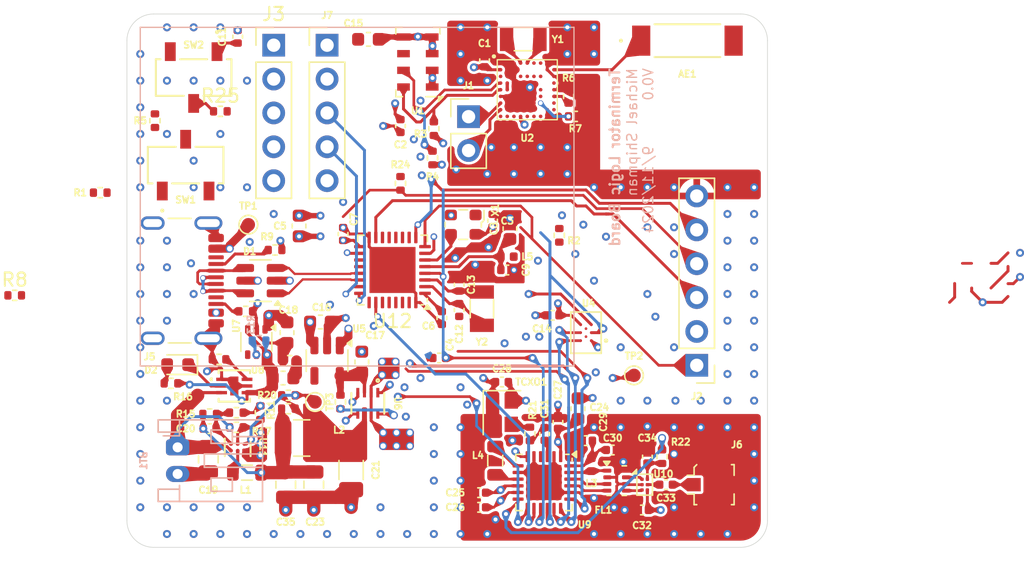
<source format=kicad_pcb>
(kicad_pcb (version 20240108) (generator "pcbnew") (generator_version "8.0")
  (layers (0 "F.Cu" signal) (1 "In1.Cu" power) (2 "In2.Cu" mixed) (3 "In3.Cu" mixed) (4 "In4.Cu" power) (31 "B.Cu" signal) (34 "B.Paste" user) (35 "F.Paste" user) (36 "B.SilkS" user "B.Silkscreen") (37 "F.SilkS" user "F.Silkscreen") (38 "B.Mask" user) (39 "F.Mask" user) (44 "Edge.Cuts" user))
  (net 0 "")
  (net 1 "Net-(AE1-A)")
  (net 2 "GND")
  (net 3 "+BATT")
  (net 4 "VBUS")
  (net 5 "VDD")
  (net 6 "/T_NRST")
  (net 7 "+1V8")
  (net 8 "+3V3")
  (net 9 "/USB_D+")
  (net 10 "/USB_D-")
  (net 11 "Net-(U12-VDDA)")
  (net 12 "/PA8")
  (net 13 "/SWDIO")
  (net 14 "/SWCLK")
  (net 15 "Net-(SW2-B)")
  (net 16 "Net-(X1-Tri-State)")
  (net 17 "/I2C1_SCL")
  (net 18 "/I2C1_SDA")
  (net 19 "Net-(SW2-C)")
  (net 20 "Net-(U12-PC14)")
  (net 21 "/SPI1_MOSI")
  (net 22 "/SPI1_MISO")
  (net 23 "/SPI1_SCK")
  (net 24 "/COMP1_INP")
  (net 25 "/PA3_ADC")
  (net 26 "/HSE")
  (net 27 "/V_BCKP")
  (net 28 "Net-(SW1-A)")
  (net 30 "Net-(U9-VR_PA)")
  (net 31 "Net-(U10-RFIN)")
  (net 32 "Net-(J6-In)")
  (net 33 "Net-(U10-CTRL)")
  (net 34 "Net-(U9-XTA)")
  (net 35 "/LoRa Radio/RADIO_DIO3")
  (net 36 "Net-(FL1-SW_RFI)")
  (net 37 "Net-(FL1-RFI_N)")
  (net 38 "Net-(FL1-RFI_P)")
  (net 39 "Net-(FL1-SW_RFO)")
  (net 40 "/PA15")
  (net 41 "/PA2_ADC")
  (net 42 "/TIM1_CH3N")
  (net 43 "/TIM1_CH3")
  (net 44 "Net-(U9-VREG)")
  (net 45 "Net-(U9-DCC_SW)")
  (net 46 "/LoRa Radio/RADIO_DIO2")
  (net 47 "Net-(TCXO1-OUT)")
  (net 48 "/RADIO_NSS")
  (net 49 "/FRAM_NSS")
  (net 50 "Net-(U12-PC15)")
  (net 51 "/PA6")
  (net 52 "Net-(C31-Pad1)")
  (net 53 "Net-(D1-L2-Pad4)")
  (net 54 "Net-(D1-L1-Pad6)")
  (net 55 "Net-(D2-K)")
  (net 56 "Net-(D2-A)")
  (net 57 "Net-(J1-Pin_1)")
  (net 58 "Net-(J1-Pin_2)")
  (net 59 "Net-(J5-CC1)")
  (net 60 "Net-(J5-CC2)")
  (net 63 "Net-(R6-Pad1)")
  (net 64 "Net-(R7-Pad1)")
  (net 65 "Net-(U6-ST)")
  (net 71 "Net-(U2-PadD2)")
  (net 81 "Net-(U2-RTC_I)")
  (net 82 "Net-(U2-RTC_O)")
  (net 87 "Net-(U12-PB5)")
  (net 88 "/RADIO_DIO1")
  (net 89 "/RADIO_BUSY")
  (net 90 "Net-(U12-PH3)")
  (net 94 "Net-(FL1-RFO)")
  (net 95 "Net-(C20-Pad1)")
  (net 96 "Net-(U11-FB)")
  (net 97 "Net-(C22-Pad2)")
  (net 98 "Net-(U7-Vout)")
  (net 99 "Net-(U11-SW)")
  (net 100 "Net-(U7-ST)")
  (net 101 "Net-(U11-EN)")
  (net 102 "Net-(U11-PGOOD)")
  (net 103 "Net-(U8-PROG)")
  (footprint "BPP_Lib:MIA-M10Q" (layer "F.Cu") (at 180 119.68)
    (property "Reference" "U2")
    (property "Value" "MIA-M10Q")
  )
  (footprint "Inductor_SMD:L_0805_2012Metric" (layer "F.Cu") (at 159 148.4)
    (property "Reference" "L1")
    (property "Value" "1uH")
  )
  (footprint "Capacitor_SMD:C_0603_1608Metric" (layer "F.Cu") (at 162.9 129.9 90)
    (property "Reference" "C5")
    (property "Value" "4.7uF")
  )
  (footprint "Resistor_SMD:R_0402_1005Metric" (layer "F.Cu") (at 158.9 136.3)
    (property "Reference" "R10" (hide yes))
    (property "Value" "5.1k")
  )
  (footprint "Package_LGA:LGA-8_3x5mm_P1.25mm" (layer "F.Cu") (at 171.8 117.6 180)
    (property "Reference" "U1")
    (property "Value" "MS5607-02BA")
  )
  (footprint "BPP_Lib:BGA8CP30X40_5X3_309X228X35B25N" (layer "F.Cu") (at 184.4 137.9 180)
    (property "Reference" "U4")
    (property "Value" "MB85RS1MT")
  )
  (footprint "Capacitor_SMD:C_0402_1005Metric" (layer "F.Cu") (at 174.9 136.2 90)
    (property "Reference" "C12")
    (property "Value" "C_Small")
  )
  (footprint "Package_LGA:Infineon_PG-TSNP-6-10_0.7x1.1mm_0.7x1.1mm_P0.4mm" (layer "F.Cu") (at 188.8 149.3)
    (property "Reference" "U10")
    (property "Value" "BGS12WN6E6327")
  )
  (footprint "Crystal:Crystal_SMD_2520-4Pin_2.5x2.0mm" (layer "F.Cu") (at 178.1 143.9 -90)
    (property "Reference" "TCXO1")
    (property "Value" "ECS-TXO-25CSMV-320")
  )
  (footprint "Resistor_SMD:R_0402_1005Metric" (layer "F.Cu") (at 157 121.3)
    (property "Reference" "R25")
    (property "Value" "10k")
  )
  (footprint "Resistor_SMD:R_0402_1005Metric" (layer "F.Cu") (at 160 143.9 90)
    (property "Reference" "R17")
    (property "Value" "100k")
  )
  (footprint "Capacitor_SMD:C_0402_1005Metric" (layer "F.Cu") (at 176.4 149.9 180)
    (property "Reference" "C25")
    (property "Value" "100nF")
  )
  (footprint "Resistor_SMD:R_0402_1005Metric" (layer "F.Cu") (at 158.2 145)
    (property "Reference" "R14" (hide yes))
    (property "Value" "649k")
  )
  (footprint "Capacitor_SMD:C_0402_1005Metric" (layer "F.Cu") (at 176.4 151 180)
    (property "Reference" "C26")
    (property "Value" "100nF")
  )
  (footprint "Capacitor_SMD:C_0603_1608Metric" (layer "F.Cu") (at 168.1 115.9)
    (property "Reference" "C15")
    (property "Value" "1uF")
  )
  (footprint "Resistor_SMD:R_0402_1005Metric" (layer "F.Cu") (at 162.1 142.6 180)
    (property "Reference" "R20")
    (property "Value" "100k")
  )
  (footprint "TestPoint:TestPoint_Pad_D1.0mm" (layer "F.Cu") (at 159.1 129.8)
    (property "Reference" "TP1")
    (property "Value" "TestPoint")
  )
  (footprint "Package_DFN_QFN:QFN-32-1EP_5x5mm_P0.5mm_EP3.45x3.45mm" (layer "F.Cu") (at 169.9 133.2 180)
    (property "Reference" "U12")
    (property "Value" "STM32L422KBUx")
  )
  (footprint "Connector_PinHeader_2.54mm:PinHeader_1x05_P2.54mm_Vertical" (layer "F.Cu") (at 165 116.34)
    (property "Reference" "J7")
    (property "Value" "Conn_01x05_Pin")
  )
  (footprint "Resistor_SMD:R_0402_1005Metric" (layer "F.Cu") (at 162.2 140 180)
    (property "Reference" "R19" (hide yes))
    (property "Value" "0")
  )
  (footprint "Connector_Coaxial:U.FL_Molex_MCRF_73412-0110_Vertical" (layer "F.Cu") (at 194 149.3 -90)
    (property "Reference" "J6")
    (property "Value" "Conn_Coaxial")
  )
  (footprint "Connector_PinHeader_2.54mm:PinHeader_1x06_P2.54mm_Vertical" (layer "F.Cu") (at 192.7 140.35 180)
    (property "Reference" "J2")
    (property "Value" "Conn_01x06_Socket")
  )
  (footprint "Capacitor_SMD:C_0402_1005Metric" (layer "F.Cu") (at 190.4 149.3)
    (property "Reference" "C33")
    (property "Value" "39pF")
  )
  (footprint "Package_TO_SOT_SMD:SOT-23-5" (layer "F.Cu") (at 165 140 -90)
    (property "Reference" "U5")
    (property "Value" "MIC5504-3.3YM5")
  )
  (footprint "Capacitor_SMD:C_0402_1005Metric" (layer "F.Cu") (at 184.4 146 180)
    (property "Reference" "C29")
    (property "Value" "47nF")
  )
  (footprint "BPP_Lib:CAS-120TB_NDC-M" (layer "F.Cu") (at 154.4 125.3349)
    (property "Reference" "SW1")
    (property "Value" "SW_SPDT")
  )
  (footprint "Capacitor_SMD:C_0402_1005Metric" (layer "F.Cu") (at 178.1 141.6 180)
    (property "Reference" "C28")
    (property "Value" "100nF")
  )
  (footprint "Capacitor_SMD:C_0402_1005Metric" (layer "F.Cu") (at 182.3 144.6 90)
    (property "Reference" "C27")
    (property "Value" "100nF")
  )
  (footprint "BPP_Lib:ANT_1575AT_JOT-M" (layer "F.Cu") (at 192 116)
    (property "Reference" "AE1")
    (property "Value" "Antenna")
  )
  (footprint "Capacitor_SMD:C_0402_1005Metric" (layer "F.Cu") (at 178.5 133.2)
    (property "Reference" "C9")
    (property "Value" "100nF")
  )
  (footprint "Resistor_SMD:R_0402_1005Metric" (layer "F.Cu") (at 173 122.6 90)
    (property "Reference" "R3")
    (property "Value" "10k")
  )
  (footprint "Resistor_SMD:R_0402_1005Metric" (layer "F.Cu") (at 190.1 147.2 90)
    (property "Reference" "R22")
    (property "Value" "100")
  )
  (footprint "Package_TO_SOT_SMD:TSOT-23-6" (layer "F.Cu") (at 160 134 180)
    (property "Reference" "D1")
    (property "Value" "USBLC6-2SC6")
  )
  (footprint "Resistor_SMD:R_0402_1005Metric" (layer "F.Cu") (at 166 143.1 -90)
    (property "Reference" "R12" (hide yes))
    (property "Value" "10k")
  )
  (footprint "Resistor_SMD:R_0402_1005Metric" (layer "F.Cu") (at 182.4 130.6 90)
    (property "Reference" "R2")
    (property "Value" "0")
  )
  (footprint "LED_SMD:LED_0603_1608Metric" (layer "F.Cu") (at 153.8 140.3 180)
    (property "Reference" "D2")
    (property "Value" "LED_Small")
  )
  (footprint "Resistor_SMD:R_0402_1005Metric" (layer "F.Cu") (at 148 127.4 180)
    (property "Reference" "R1")
    (property "Value" "DNF")
  )
  (footprint "Capacitor_SMD:C_0603_1608Metric" (layer "F.Cu") (at 162 137.9 -90)
    (property "Reference" "C18")
    (property "Value" "1uF")
  )
  (footprint "Capacitor_SMD:C_0402_1005Metric" (layer "F.Cu") (at 158.3 115.7 90)
    (property "Reference" "C11")
    (property "Value" "100nF")
  )
  (footprint "Capacitor_SMD:C_0402_1005Metric" (layer "F.Cu") (at 181.9 136.6 180)
    (property "Reference" "C14")
    (property "Value" "100nF")
  )
  (footprint "BPP_Lib:CAS-120TB_NDC-M" (layer "F.Cu") (at 155 118.765101 180)
    (property "Reference" "SW2")
    (property "Value" "SW_SPDT")
  )
  (footprint "Capacitor_SMD:C_0402_1005Metric" (layer "F.Cu") (at 170.5 122.4 -90)
    (property "Reference" "C2")
    (property "Value" "100nF")
  )
  (footprint "Capacitor_SMD:C_0402_1005Metric" (layer "F.Cu") (at 176.8 117.48 90)
    (property "Reference" "C1")
    (property "Value" "100nF")
  )
  (footprint "BPP_Lib:DFN-6_DC_LIT" (layer "F.Cu") (at 158.047599 141.900001)
    (property "Reference" "U8")
    (property "Value" "LTC4065EDC-TRMPBF")
  )
  (footprint "Capacitor_SMD:C_0805_2012Metric" (layer "F.Cu") (at 164 149.3 -90)
    (property "Reference" "C23")
    (property "Value" "10uF")
  )
  (footprint "Capacitor_SMD:C_0402_1005Metric" (layer "F.Cu") (at 156.2 145.1)
    (property "Reference" "C20")
    (property "Value" "2.2pF")
  )
  (footprint "Capacitor_SMD:C_0603_1608Metric" (layer "F.Cu") (at 183.8 143.6 90)
    (property "Reference" "C24")
    (property "Value" "1uF")
  )
  (footprint "Capacitor_SMD:C_0402_1005Metric" (layer "F.Cu") (at 189 147.2 90)
    (property "Reference" "C34")
    (property "Value" "1nF")
  )
  (footprint "Capacitor_SMD:C_0402_1005Metric" (layer "F.Cu") (at 173.6 136.8 -90)
    (property "Reference" "C6")
    (property "Value" "100nF")
  )
  (footprint "Resistor_SMD:R_0402_1005Metric" (layer "F.Cu") (at 183.6 121.68)
    (property "Reference" "R7")
    (property "Value" "0")
  )
  (footprint "Resistor_SMD:R_0402_1005Metric" (layer "F.Cu") (at 156.2 144)
    (property "Reference" "R15")
    (property "Value" "294k")
  )
  (footprint "Capacitor_SMD:C_0402_1005Metric" (layer "F.Cu") (at 174.9 134.3 90)
    (property "Reference" "C13")
    (property "Value" "C_Small")
  )
  (footprint "BPP_Lib:SOT-5X3_DRL_TEX" (layer "F.Cu") (at 168.049811 143.2001 -90)
    (property "Reference" "U6")
    (property "Value" "LM66200DRLR")
  )
  (footprint "MountingHole:MountingHole_2.2mm_M2" (layer "F.Cu") (at 187.2 133.8)
    (property "Reference" "H1" (hide yes))
    (property "Value" "MountingHole")
  )
  (footprint "Resistor_SMD:R_0402_1005Metric" (layer "F.Cu") (at 161.1 131.7)
    (property "Reference" "R9")
    (property "Value" "5.1k")
  )
  (footprint "Resistor_SMD:R_0402_1005Metric" (layer "F.Cu") (at 152.1 122 90)
    (property "Reference" "R5")
    (property "Value" "10k")
  )
  (footprint "Resistor_SMD:R_0402_1005Metric" (layer "F.Cu") (at 180.2 145.5 -90)
    (property "Reference" "R21")
    (property "Value" "220")
  )
  (footprint "Connector_PinHeader_2.54mm:PinHeader_1x05_P2.54mm_Vertical" (layer "F.Cu") (at 161 116.34)
    (property "Reference" "J3")
    (property "Value" "Conn_01x05_Pin")
  )
  (footprint "Package_DFN_QFN:QFN-24-1EP_4x4mm_P0.5mm_EP2.6x2.6mm" (layer "F.Cu") (at 181.25 149.1375 -90)
    (property "Reference" "U9")
    (property "Value" "SX1262IMLTRT")
  )
  (footprint "Inductor_SMD:L_0805_2012Metric" (layer "F.Cu") (at 177.6 147.5 -90)
    (property "Reference" "L4")
    (property "Value" "15uH")
  )
  (footprint "Resistor_SMD:R_0402_1005Metric" (layer "F.Cu") (at 162.1 143.6)
    (property "Reference" "R11")
    (property "Value" "100m")
  )
  (footprint "Connector_PinHeader_2.54mm:PinHeader_1x02_P2.54mm_Vertical" (layer "F.Cu") (at 175.6 121.7)
    (property "Reference" "J1")
    (property "Value" "Conn_01x02_Pin")
  )
  (footprint "BPP_Lib:CB-6-19_ADI" (layer "F.Cu") (at 158.3 146.5 -90)
    (property "Reference" "U11")
    (property "Value" "LTC3306CACBZ-R7")
  )
  (footprint "Capacitor_SMD:C_0805_2012Metric" (layer "F.Cu") (at 161.9 149.3 -90)
    (property "Reference" "C35")
    (property "Value" "10uF")
  )
  (footprint "Resistor_SMD:R_0402_1005Metric" (layer "F.Cu") (at 158.2 143.9)
    (property "Reference" "R18" (hide yes))
    (property "Value" "113k")
  )
  (footprint "TestPoint:TestPoint_Pad_D1.0mm" (layer "F.Cu") (at 164.1 143.1)
    (property "Reference" "TP3")
    (property "Value" "TestPoint")
  )
  (footprint "Resistor_SMD:R_0402_1005Metric" (layer "F.Cu") (at 183.1 120.18 90)
    (property "Reference" "R6")
    (property "Value" "0")
  )
  (footprint "Resistor_SMD:R_0402_1005Metric" (layer "F.Cu") (at 170.5 126.7 -90)
    (property "Reference" "R24")
    (property "Value" "51k")
  )
  (footprint "Package_TO_SOT_SMD:SOT-363_SC-70-6" (layer "F.Cu") (at 159.7 138.6 -90)
    (property "Reference" "U7")
    (property "Value" "LM66100DCKR")
  )
  (footprint "BPP_Lib:BalloonArt_Mask" (layer "F.Cu") (at 181.654571 124.56894)
    (property "Reference" "REF**" (hide yes))
    (property "Value" "BalloonArt_Mask")
  )
  (footprint "Capacitor_SMD:C_0402_1005Metric" (layer "F.Cu") (at 188.6 151.2 180)
    (property "Reference" "C32")
    (property "Value" "100nF")
  )
  (footprint "Inductor_SMD:L_0402_1005Metric" (layer "F.Cu") (at 178.5 132.2 180)
    (property "Reference" "L5")
    (property "Value" "47nH")
  )
  (footprint "Capacitor_SMD:C_0402_1005Metric" (layer "F.Cu") (at 181.3 145.5 -90)
    (property "Reference" "C31")
    (property "Value" "10pF")
  )
  (footprint "Capacitor_SMD:C_0402_1005Metric" (layer "F.Cu") (at 177.4 129.5 90)
    (property "Reference" "C3")
    (property "Value" "100nF")
  )
  (footprint "Capacitor_SMD:C_0402_1005Metric" (layer "F.Cu") (at 173.4 139.8 180)
    (property "Reference" "C4")
    (property "Value" "100nF")
  )
  (footprint "Capacitor_SMD:C_0603_1608Metric" (layer "F.Cu") (at 164.5 137.1)
    (property "Reference" "C16")
    (property "Value" "1uF")
  )
  (footprint "Oscillator:Oscillator_SMD_ECS_2520MV-xxx-xx-4Pin_2.5x2.0mm" (layer "F.Cu") (at 175.2 129.8 -90)
    (property "Reference" "X1")
    (property "Value" "ECS-2520MV-xxx-xx")
  )
  (footprint "Inductor_SMD:L_0402_1005Metric" (layer "F.Cu") (at 184.8 147.8 -90)
    (property "Reference" "L3")
    (property "Value" "47nH")
  )
  (footprint "Capacitor_SMD:C_0603_1608Metric" (layer "F.Cu") (at 178.7 130.1 90)
    (property "Reference" "C8")
    (property "Value" "4.7uF")
  )
  (footprint "Resistor_SMD:R_0402_1005Metric" (layer "F.Cu") (at 156.9 139.9 180)
    (property "Reference" "R23" (hide yes))
    (property "Value" "6.8k")
  )
  (footprint "Resistor_SMD:R_0402_1005Metric" (layer "F.Cu") (at 141.59 135.1)
    (property "Reference" "R8")
    (property "Value" "0")
  )
  (footprint "Capacitor_SMD:C_0402_1005Metric" (layer "F.Cu") (at 186.4 146.7)
    (property "Reference" "C30")
    (property "Value" "47pF")
  )
  (footprint "Capacitor_SMD:C_0805_2012Metric" (layer "F.Cu") (at 156.1 147.4 -90)
    (property "Reference" "C19")
    (property "Value" "10uF")
  )
  (footprint "Resistor_SMD:R_0402_1005Metric" (layer "F.Cu") (at 153.3 141.7 180)
    (property "Reference" "R16")
    (property "Value" "600")
  )
  (footprint "Capacitor_SMD:C_0603_1608Metric" (layer "F.Cu") (at 161.7 141.3)
    (property "Reference" "C22" (hide yes))
    (property "Value" "1uF")
  )
  (footprint "RF_Converter:Balun_Johanson_0900FM15K0039" (layer "F.Cu") (at 186.7 149)
    (property "Reference" "FL1")
    (property "Value" "0900FM15K0039")
  )
  (footprint "Crystal:Crystal_SMD_3215-2Pin_3.2x1.5mm" (layer "F.Cu") (at 179.7 115.88)
    (property "Reference" "Y1")
    (property "Value" "32.768k")
  )
  (footprint "Capacitor_SMD:C_0603_1608Metric" (layer "F.Cu") (at 167.6 140.1 90)
    (property "Reference" "C17")
    (property "Value" "1uF")
  )
  (footprint "Resistor_SMD:R_0402_1005Metric" (layer "F.Cu") (at 172.9 124.8 90)
    (property "Reference" "R4")
    (property "Value" "10k")
  )
  (footprint "TestPoint:TestPoint_Pad_D1.0mm" (layer "F.Cu") (at 188 141.1)
    (property "Reference" "TP2")
    (property "Value" "TestPoint")
  )
  (footprint "MountingHole:MountingHole_2.2mm_M2" (layer "F.Cu") (at 170.9 150.2)
    (property "Reference" "H2" (hide yes))
    (property "Value" "MountingHole")
  )
  (footprint "Connector_USB:USB_C_Receptacle_GCT_USB4105-xx-A_16P_TopMnt_Horizontal" (layer "F.Cu") (at 153 134 -90)
    (property "Reference" "J5")
    (property "Value" "USB_C_Receptacle_USB2.0")
  )
  (footprint "Capacitor_SMD:C_0402_1005Metric" (layer "F.Cu") (at 166.2 130.5 90)
    (property "Reference" "C7")
    (property "Value" "100nF")
  )
  (footprint "Crystal:Crystal_SMD_3215-2Pin_3.2x1.5mm" (layer "F.Cu") (at 176.6 136.1 -90)
    (property "Reference" "Y2")
    (property "Value" "32.768k")
  )
  (footprint "Capacitor_SMD:C_1206_3216Metric" (layer "F.Cu") (at 166.8 148.2 -90)
    (property "Reference" "C21")
    (property "Value" "15uF")
  )
  (footprint "Inductor_SMD:L_1210_3225Metric" (layer "F.Cu") (at 163.1 145.8)
    (property "Reference" "L2")
    (property "Value" "3.3uH")
  )
  (footprint "Resistor_SMD:R_0402_1005Metric" (layer "B.Cu") (at 159.9 138.5 180)
    (property "Reference" "R13")
    (property "Value" "10k")
  )
  (footprint "Connector_JST:JST_PH_S2B-PH-K_1x02_P2.00mm_Horizontal" (layer "B.Cu") (at 153.8 146.5 -90)
    (property "Reference" "BT1")
    (property "Value" "1S")
  )
  (gr_line (start 151 115) (end 151 140.4) (stroke (width 0.1)) (layer "B.SilkS"))
  (gr_line (start 151 140.4) (end 183.5 140.4) (stroke (width 0.1)) (layer "B.SilkS"))
  (gr_line (start 183.5 115) (end 183.5 140.4) (stroke (width 0.1)) (layer "B.SilkS"))
  (gr_line (start 151 115) (end 183.5 115) (stroke (width 0.1)) (layer "B.SilkS"))
  (gr_line (start 196 154) (end 152 154) (stroke (width 0.05)) (layer "Edge.Cuts"))
  (gr_arc (start 150 116) (mid 150.585786 114.585786) (end 152 114) (stroke (width 0.05)) (layer "Edge.Cuts"))
  (gr_arc (start 198 152) (mid 197.414214 153.414214) (end 196 154) (stroke (width 0.05)) (layer "Edge.Cuts"))
  (gr_arc (start 196 114) (mid 197.414214 114.585786) (end 198 116) (stroke (width 0.05)) (layer "Edge.Cuts"))
  (gr_line (start 150 152) (end 150 116) (stroke (width 0.05)) (layer "Edge.Cuts"))
  (gr_arc (start 152 154) (mid 150.585786 153.414214) (end 150 152) (stroke (width 0.05)) (layer "Edge.Cuts"))
  (gr_line (start 198 116) (end 198 152) (stroke (width 0.05)) (layer "Edge.Cuts"))
  (gr_line (start 152 114) (end 196 114) (stroke (width 0.05)) (layer "Edge.Cuts"))
  (gr_text "Michael Shipman	\nV0.0	9/11/2024" (at 189.5 118 90) (layer "B.SilkS") (effects (font (size 0.75 0.75) (thickness 0.1)) (justify left bottom mirror)))
  (gr_text "Terminator Logic Board" (at 187 118 90) (layer "B.SilkS") (effects (font (size 0.75 0.75) (thickness 0.15) (bold yes)) (justify left bottom mirror)))
  (segment (start 182 118.18) (end 186.357299 118.18) (width 0.22) (layer "F.Cu") (net 1))
  (segment (start 186.357299 118.18) (end 188.537299 116) (width 0.22) (layer "F.Cu") (net 1))
  (segment (start 166.68 130.5) (end 167.8875 130.5) (width 0.22) (layer "F.Cu") (net 2))
  (segment (start 175.92 151) (end 175.92 149.9) (width 0.2) (layer "F.Cu") (net 2))
  (segment (start 161.69 138.985) (end 162 138.675) (width 0.8) (layer "F.Cu") (net 2))
  (segment (start 167.299622 142.4) (end 167.299622 142.700378) (width 0.22) (layer "F.Cu") (net 2))
  (segment (start 172.9 116.4) (end 172.875 116.425) (width 0.4) (layer "F.Cu") (net 2))
  (segment (start 161.6 131) (end 161.5 131) (width 0.22) (layer "F.Cu") (net 2))
  (segment (start 169.1 142.4) (end 169.7 141.8) (width 0.22) (layer "F.Cu") (net 2))
  (segment (start 157.095198 140.605198) (end 156.194802 140.605198) (width 0.22) (layer "F.Cu") (net 2))
  (segment (start 166.2 130.02) (end 166.68 130.5) (width 0.22) (layer "F.Cu") (net 2))
  (segment (start 182 149.8875) (end 181.25 149.1375) (width 0.2) (layer "F.Cu") (net 2))
  (segment (start 180.5 147.2) (end 180.5 148.3875) (width 0.2) (layer "F.Cu") (net 2))
  (segment (start 166.4 136.8) (end 165.575 136.8) (width 0.3) (layer "F.Cu") (net 2))
  (segment (start 161.61 131.11) (end 161.5 131) (width 0.22) (layer "F.Cu") (net 2))
  (segment (start 181.5 118.18) (end 181.5 117.68) (width 0.22) (layer "F.Cu") (net 2))
  (segment (start 159.7 136.8) (end 159.7 137.65) (width 0.22) (layer "F.Cu") (net 2))
  (segment (start 161.61 131.7) (end 161.61 131.11) (width 0.22) (layer "F.Cu") (net 2))
  (segment (start 186.7 148.7) (end 186.7 147.9375) (width 0.22) (layer "F.Cu") (net 2))
  (segment (start 216.025 134.225) (end 216.425 134.225) (width 0.22) (layer "F.Cu") (net 2))
  (segment (start 161.9 150.25) (end 164 150.25) (width 1) (layer "F.Cu") (net 2))
  (segment (start 166.8998 144.0002) (end 166.4 144.5) (width 0.22) (layer "F.Cu") (net 2))
  (segment (start 168.8 142.4) (end 169.1 142.4) (width 0.22) (layer "F.Cu") (net 2))
  (segment (start 171.8 115.7) (end 171.825 115.725) (width 0.4) (layer "F.Cu") (net 2))
  (segment (start 165.575 136.8) (end 165.275 137.1) (width 0.3) (layer "F.Cu") (net 2))
  (segment (start 156.194802 140.605198) (end 156 140.8) (width 0.22) (layer "F.Cu") (net 2))
  (segment (start 171.9575 135.6375) (end 173.6 137.28) (width 0.22) (layer "F.Cu") (net 2))
  (segment (start 177 141.6) (end 177.62 141.6) (width 0.2) (layer "F.Cu") (net 2))
  (segment (start 186.85 149.25) (end 186.7 149.1) (width 0.22) (layer "F.Cu") (net 2))
  (segment (start 153.8 148.5) (end 155.95 148.5) (width 1) (layer "F.Cu") (net 2))
  (segment (start 184.9 150.2) (end 185 150.3) (width 0.2) (layer "F.Cu") (net 2))
  (segment (start 178 120.18) (end 179 120.18) (width 0.22) (layer "F.Cu") (net 2))
  (segment (start 167.8875 130.5) (end 168.15 130.7625) (width 0.22) (layer "F.Cu") (net 2))
  (segment (start 177.4 141.82) (end 177.62 141.6) (width 0.2) (layer "F.Cu") (net 2))
  (segment (start 171.65 134.95) (end 169.9 133.2) (width 0.22) (layer "F.Cu") (net 2))
  (segment (start 183.09 119.68) (end 183.1 119.67) (width 0.22) (layer "F.Cu") (net 2))
  (segment (start 183.1875 149.8875) (end 182 149.8875) (width 0.2) (layer "F.Cu") (net 2))
  (segment (start 186.7 150.0625) (end 186.7 150.8) (width 0.22) (layer "F.Cu") (net 2))
  (segment (start 159.8 135.91) (end 159.8 135.7) (width 0.22) (layer "F.Cu") (net 2))
  (segment (start 156.68 137.2) (end 156.68 137.745) (width 0.6) (layer "F.Cu") (net 2))
  (segment (start 178.395 129.02) (end 178.7 129.325) (width 0.22) (layer "F.Cu") (net 2))
  (segment (start 182 147.2) (end 182 148.3875) (width 0.2) (layer "F.Cu") (net 2))
  (segment (start 167.299622 142.700378) (end 166.9 143.1) (width 0.22) (layer "F.Cu") (net 2))
  (segment (start 153.85 148.45) (end 153.8 148.5) (width 0.5) (layer "F.Cu") (net 2))
  (segment (start 179.5 119.68) (end 180.02 119.68) (width 0.22) (layer "F.Cu") (net 2))
  (segment (start 187.4 149.25) (end 187.45 149.3) (width 0.2) (layer "F.Cu") (net 2))
  (segment (start 168.15 131.45) (end 169.9 133.2) (width 0.22) (layer "F.Cu") (net 2))
  (segment (start 187.4 149.25) (end 186.85 149.25) (width 0.2) (layer "F.Cu") (net 2))
  (segment (start 168.15 130.7625) (end 168.15 131.45) (width 0.22) (layer "F.Cu") (net 2))
  (segment (start 170.02 122.4) (end 170.5 122.88) (width 0.22) (layer "F.Cu") (net 2))
  (segment (start 183.8 142.825) (end 184.875 142.825) (width 0.22) (layer "F.Cu") (net 2))
  (segment (start 186.65 148.75) (end 186.7 148.7) (width 0.22) (layer "F.Cu") (net 2))
  (segment (start 167.299622 144.0002) (end 166.8998 144.0002) (width 0.22) (layer "F.Cu") (net 2))
  (segment (start 159.41 136.51) (end 159.7 136.8) (width 0.22) (layer "F.Cu") (net 2))
  (segment (start 171.65 135.6375) (end 171.65 134.95) (width 0.22) (layer "F.Cu") (net 2))
  (segment (start 159.49 143.9) (end 158.71 143.9) (width 0.22) (layer "F.Cu") (net 2))
  (segment (start 182.3 144.12) (end 182.3 143.3) (width 0.22) (layer "F.Cu") (net 2))
  (segment (start 186.7 147.9375) (end 186.8625 147.9375) (width 0.22) (layer "F.Cu") (net 2))
  (segment (start 186.7 149.1) (end 186.7 148.7) (width 0.22) (layer "F.Cu") (net 2))
  (segment (start 182.11 118.68) (end 183.1 119.67) (width 0.22) (layer "F.Cu") (net 2))
  (segment (start 165 137.375) (end 165.275 137.1) (width 0.5) (layer "F.Cu") (net 2))
  (segment (start 164 150.25) (end 164 151.2) (width 1) (layer "F.Cu") (net 2))
  (segment (start 188.12 151.2) (end 187.3 151.2) (width 0.22) (layer "F.Cu") (net 2))
  (segment (start 159.41 136.3) (end 159.41 136.51) (width 0.22) (layer "F.Cu") (net 2))
  (segment (start 171.65 135.6375) (end 171.9575 135.6375) (width 0.22) (layer "F.Cu") (net 2))
  (segment (start 176.7 141.3) (end 177 141.6) (width 0.2) (layer "F.Cu") (net 2))
  (segment (start 186.7 149.4) (end 186.7 150.0625) (width 0.2) (layer "F.Cu") (net 2))
  (segment (start 180.02 119.68) (end 180.2 119.5) (width 0.22) (layer "F.Cu") (net 2))
  (segment (start 186.7 150.8) (end 186.5 151) (width 0.22) (layer "F.Cu") (net 2))
  (segment (start 170.725 115.725) (end 171.775 115.725) (width 0.4) (layer "F.Cu") (net 2))
  (segment (start 184.8 138.5) (end 185.3 139) (width 0.22) (layer "F.Cu") (net 2))
  (segment (start 159.41 136.3) (end 159.8 135.91) (width 0.22) (layer "F.Cu") (net 2))
  (segment (start 156.68 137.745) (end 156.105 138.32) (width 0.6) (layer "F.Cu") (net 2))
  (segment (start 174.275 129.075) (end 174.3 129.1) (width 0.22) (layer "F.Cu") (net 2))
  (segment (start 159.7 137.65) (end 159.7 138) (width 0.22) (layer "F.Cu") (net 2))
  (segment (start 187.45 149.3) (end 188.6 149.3) (width 0.2) (layer "F.Cu") (net 2))
  (segment (start 164 150.25) (end 166.225 150.25) (width 1) (layer "F.Cu") (net 2))
  (segment (start 161.69 140) (end 161.69 138.985) (width 0.8) (layer "F.Cu") (net 2))
  (segment (start 157.095198 141.400002) (end 157.5476 141.400002) (width 0.22) (layer "F.Cu") (net 2))
  (segment (start 162.9 129.125) (end 163.085 128.94) (width 0.4) (layer "F.Cu") (net 2))
  (segment (start 177.4 129.02) (end 178.395 129.02) (width 0.22) (layer "F.Cu") (net 2))
  (segment (start 216.425 134.225) (end 216.925 133.725) (width 0.22) (layer "F.Cu") (net 2))
  (segment (start 181.5 121.18) (end 181.5 121.68) (width 0.22) (layer "F.Cu") (net 2))
  (segment (start 172.875 116.375) (end 172.9 116.4) (width 0.4) (layer "F.Cu") (net 2))
  (segment (start 171.775 115.725) (end 171.8 115.7) (width 0.4) (layer "F.Cu") (net 2))
  (segment (start 157.095198 141.400002) (end 157.095198 140.605198) (width 0.22) (layer "F.Cu") (net 2))
  (segment (start 186.8625 147.9375) (end 187.2 147.6) (width 0.22) (layer "F.Cu") (net 2))
  (segment (start 166.8 149.675) (end 166.8 151) (width 1) (layer "F.Cu") (net 2))
  (segment (start 182 119.68) (end 183.09 119.68) (width 0.22) (layer "F.Cu") (net 2))
  (segment (start 169.05 115.725) (end 168.875 115.9) (width 0.4) (layer "F.Cu") (net 2))
  (segment (start 161.1375 134) (end 162.2 134) (width 0.6) (layer "F.Cu") (net 2))
  (segment (start 172.875 115.725) (end 172.875 116.375) (width 0.4) (layer "F.Cu") (net 2))
  (segment (start 215.24 132.7) (end 214.75 132.7) (width 0.22) (layer "F.Cu") (net 2))
  (segment (start 182 118.68) (end 182.11 118.68) (width 0.22) (layer "F.Cu") (net 2))
  (segment (start 166.225 150.25) (end 166.8 149.675) (width 1) (layer "F.Cu") (net 2))
  (segment (start 182 148.3875) (end 181.25 149.1375) (width 0.2) (layer "F.Cu") (net 2))
  (segment (start 160 143.39) (end 159.49 143.9) (width 0.22) (layer "F.Cu") (net 2))
  (segment (start 184.2 150.2) (end 184.9 150.2) (width 0.2) (layer "F.Cu") (net 2))
  (segment (start 155.95 148.5) (end 156.1 148.35) (width 1) (layer "F.Cu") (net 2))
  (segment (start 169.2 122.4) (end 170.02 122.4) (width 0.22) (layer "F.Cu") (net 2))
  (segment (start 177.4 143.025) (end 177.4 141.82) (width 0.2) (layer "F.Cu") (net 2))
  (segment (start 179.3125 148.3875) (end 180.5 148.3875) (width 0.2) (layer "F.Cu") (net 2))
  (segment (start 184.875 142.825) (end 184.9 142.8) (width 0.22) (layer "F.Cu") (net 2))
  (segment (start 171.825 115.725) (end 172.875 115.725) (width 0.4) (layer "F.Cu") (net 2))
  (segment (start 178.98 133.2) (end 179 133.2) (width 0.22) (layer "F.Cu") (net 2))
  (segment (start 186 148.75) (end 186.65 148.75) (width 0.22) (layer "F.Cu") (net 2))
  (segment (start 172.875 116.425) (end 172.875 116.975) (width 0.4) (layer "F.Cu") (net 2))
  (segment (start 161.9 150.25) (end 161.9 151.2) (width 1) (layer "F.Cu") (net 2))
  (segment (start 216.025 131.915) (end 215.24 132.7) (width 0.22) (layer "F.Cu") (net 2))
  (segment (start 164.5 129.125) (end 162.9 129.125) (width 0.4) (layer "F.Cu") (net 2))
  (segment (start 181.5 118.18) (end 182 118.68) (width 0.22) (layer "F.Cu") (net 2))
  (segment (start 156.68 130.8) (end 156.68 130.255) (width 0.22) (layer "F.Cu") (net 2))
  (segment (start 156.68 130.255) (end 156.105 129.68) (width 0.22) (layer "F.Cu") (net 2))
  (segment (start 160.375 138.675) (end 162 138.675) (width 0.22) (layer "F.Cu") (net 2))
  (segment (start 156.39 139.9) (end 156.39 138.605) (width 0.22) (layer "F.Cu") (net 2))
  (segment (start 157.095198 140.605198) (end 156.39 139.9) (width 0.22) (layer "F.Cu") (net 2))
  (segment (start 159.7 138) (end 160.375 138.675) (width 0.22) (layer "F.Cu") (net 2))
  (segment (start 183.8875 149.8875) (end 183.1875 149.8875) (width 0.2) (layer "F.Cu") (net 2))
  (segment (start 186.85 149.25) (end 186.7 149.4) (width 0.2) (layer "F.Cu") (net 2))
  (segment (start 187.8 141.3) (end 188 141.1) (width 0.22) (layer "F.Cu") (net 2))
  (segment (start 180.5 148.3875) (end 181.25 149.1375) (width 0.2) (layer "F.Cu") (net 2))
  (segment (start 170.725 115.725) (end 169.05 115.725) (width 0.4) (layer "F.Cu") (net 2))
  (segment (start 181.42 136.6) (end 180.6 136.6) (width 0.22) (layer "F.Cu") (net 2))
  (segment (start 158.047599 141.900001) (end 159 141.900001) (width 0.22) (layer "F.Cu") (net 2))
  (segment (start 165 138.8625) (end 165 137.375) (width 0.5) (layer "F.Cu") (net 2))
  (segment (start 156.39 138.605) (end 156.105 138.32) (width 0.22) (layer "F.Cu") (net 2))
  (segment (start 157.5476 141.400002) (end 158.047599 141.900001) (width 0.22) (layer "F.Cu") (net 2))
  (segment (start 186.4 141.3) (end 187.8 141.3) (width 0.22) (layer "F.Cu") (net 2))
  (segment (start 184.2 150.2) (end 183.8875 149.8875) (width 0.2) (layer "F.Cu") (net 2))
  (segment (start 177.4 144.775) (end 177.4 143.025) (width 1) (layer "F.Cu") (net 2))
  (via (at 185.133598 140.877534) (size 0.6) (drill 0.3) (layers "F.Cu" "B.Cu") (net 2))
  (via (at 197 129) (size 0.6) (drill 0.3) (layers "F.Cu" "B.Cu") (net 2))
  (via (at 153 135) (size 0.6) (drill 0.3) (layers "F.Cu" "B.Cu") (net 2))
  (via (at 181 124) (size 0.6) (drill 0.3) (layers "F.Cu" "B.Cu") (net 2))
  (via (at 197 127) (size 0.6) (drill 0.3) (layers "F.Cu" "B.Cu") (net 2))
  (via (at 191 132) (size 0.6) (drill 0.3) (layers "F.Cu" "B.Cu") (net 2))
  (via (at 187 127) (size 0.6) (drill 0.3) (layers "F.Cu" "B.Cu") (net 2))
  (via (at 159.8 135.7) (size 0.6) (drill 0.3) (layers "F.Cu" "B.Cu") (net 2))
  (via (at 174.3 129.1) (size 0.5) (drill 0.3) (layers "F.Cu" "B.Cu") (net 2))
  (via (at 155 115) (size 0.6) (drill 0.3) (layers "F.Cu" "B.Cu") (net 2))
  (via (at 157 127) (size 0.6) (drill 0.3) (layers "F.Cu" "B.Cu") (net 2))
  (via (at 161 129) (size 0.6) (drill 0.3) (layers "F.Cu" "B.Cu") (net 2))
  (via (at 189.6 136.7) (size 0.6) (drill 0.3) (layers "F.Cu" "B.Cu") (net 2))
  (via (at 164.5 129.125) (size 0.6) (drill 0.3) (layers "F.Cu" "B.Cu") (net 2))
  (via (at 159 153) (size 0.6) (drill 0.3) (layers "F.Cu" "B.Cu") (net 2))
  (via (at 151 149) (size 0.6) (drill 0.3) (layers "F.Cu" "B.Cu") (net 2))
  (via (at 191 130) (size 0.6) (drill 0.3) (layers "F.Cu" "B.Cu") (net 2))
  (via (at 195 133) (size 0.6) (drill 0.3) (layers "F.Cu" "B.Cu") (net 2))
  (via (at 185 127) (size 0.6) (drill 0.3) (layers "F.Cu" "B.Cu") (net 2))
  (via (at 172.1 126.1) (size 0.6) (drill 0.3) (layers "F.Cu" "B.Cu") (net 2))
  (via (at 155 127) (size 0.6) (drill 0.3) (layers "F.Cu" "B.Cu") (net 2))
  (via (at 169 151) (size 0.6) (drill 0.3) (layers "F.Cu" "B.Cu") (net 2))
  (via (at 191 151) (size 0.6) (drill 0.3) (layers "F.Cu" "B.Cu") (net 2))
  (via (at 166.8 151) (size 0.6) (drill 0.3) (layers "F.Cu" "B.Cu") (net 2))
  (via (at 179 123.999999) (size 0.6) (drill 0.3) (layers "F.Cu" "B.Cu") (net 2))
  (via (at 174.6 132.3) (size 0.6) (drill 0.3) (layers "F.Cu" "B.Cu") (net 2))
  (via (at 170.8 142) (size 0.6) (drill 0.3) (layers "F.Cu" "B.Cu") (net 2))
  (via (at 153 143) (size 0.6) (drill 0.3) (layers "F.Cu" "B.Cu") (net 2))
  (via (at 197 135) (size 0.6) (drill 0.3) (layers "F.Cu" "B.Cu") (net 2))
  (via (at 195 143) (size 0.6) (drill 0.3) (layers "F.Cu" "B.Cu") (net 2))
  (via (at 195 135) (size 0.6) (drill 0.3) (layers "F.Cu" "B.Cu") (net 2))
  (via (at 151 137) (size 0.6) (drill 0.3) (layers "F.Cu" "B.Cu") (net 2))
  (via (at 180.6 136.6) (size 0.6) (drill 0.3) (layers "F.Cu" "B.Cu") (net 2))
  (via (at 151 143) (size 0.6) (drill 0.3) (layers "F.Cu" "B.Cu") (net 2))
  (via (at 175 115) (size 0.6) (drill 0.3) (layers "F.Cu" "B.Cu") (net 2))
  (via (at 195 129) (size 0.6) (drill 0.3) (layers "F.Cu" "B.Cu") (net 2))
  (via (at 159 119) (size 0.6) (drill 0.3) (layers "F.Cu" "B.Cu") (net 2))
  (via (at 155 135) (size 0.6) (drill 0.3) (layers "F.Cu" "B.Cu") (net 2))
  (via (at 171.8 115.7) (size 0.6) (drill 0.3) (layers "F.Cu" "B.Cu") (net 2))
  (via (at 182.3 143.3) (size 0.6) (drill 0.3) (layers "F.Cu" "B.Cu") (net 2))
  (via (at 155 125) (size 0.6) (drill 0.3) (layers "F.Cu" "B.Cu") (net 2))
  (via (at 195 131) (size 0.6) (drill 0.3) (layers "F.Cu" "B.Cu") (net 2))
  (via (at 167.6 139.325) (size 0.6) (drill 0.3) (layers "F.Cu" "B.Cu") (net 2))
  (via (at 187.2 147.6) (size 0.6) (drill 0.3) (layers "F.Cu" "B.Cu") (net 2))
  (via (at 191 127) (size 0.6) (drill 0.3) (layers "F.Cu" "B.Cu") (net 2))
  (via (at 180.2 119.5) (size 0.6) (drill 0.3) (layers "F.Cu" "B.Cu") (net 2))
  (via (at 195 141) (size 0.6) (drill 0.3) (layers "F.Cu" "B.Cu") (net 2))
  (via (at 151 119) (size 0.6) (drill 0.3) (layers "F.Cu" "B.Cu") (net 2))
  (via (at 175 119) (size 0.6) (drill 0.3) (layers "F.Cu" "B.Cu") (net 2))
  (via (at 189 127) (size 0.6) (drill 0.3) (layers "F.Cu" "B.Cu") (net 2))
  (via (at 187 153) (size 0.6) (drill 0.3) (layers "F.Cu" "B.Cu") (net 2))
  (via (at 159 127) (size 0.6) (drill 0.3) (layers "F.Cu" "B.Cu") (net 2))
  (via (at 165.22 135.8) (size 0.6) (drill 0.3) (layers "F.Cu" "B.Cu") (net 2))
  (via (at 178.7 129.325) (size 0.6) (drill 0.3) (layers "F.Cu" "B.Cu") (net 2))
  (via (at 183.6 132) (size 0.6) (drill 0.3) (layers "F.Cu" "B.Cu") (net 2))
  (via (at 197 143) (size 0.6) (drill 0.3) (layers "F.Cu" "B.Cu") (net 2))
  (via (at 193 145) (size 0.6) (drill 0.3) (layers "F.Cu" "B.Cu") (net 2))
  (via (at 195 137) (size 0.6) (drill 0.3) (layers "F.Cu" "B.Cu") (net 2))
  (via (at 185 115) (size 0.6) (drill 0.3) (layers "F.Cu" "B.Cu") (net 2))
  (via (at 157 115) (size 0.6) (drill 0.3) (layers "F.Cu" "B.Cu") (net 2))
  (via (at 164 151.2) (size 0.6) (drill 0.3) (layers "F.Cu" "B.Cu") (net 2))
  (via (at 176.7 141.3) (size 0.6) (drill 0.3) (layers "F.Cu" "B.Cu") (net 2))
  (via (at 162.2 134) (size 0.6) (drill 0.4) (layers "F.Cu" "B.Cu") (net 2))
  (via (at 183 124) (size 0.6) (drill 0.3) (layers "F.Cu" "B.Cu") (net 2))
  (via (at 185 134) (size 0.6) (drill 0.3) (layers "F.Cu" "B.Cu") (net 2))
  (via (at 161.9 151.2) (size 0.6) (drill 0.3) (layers "F.Cu" "B.Cu") (net 2))
  (via (at 185 117) (size 0.6) (drill 0.3) (layers "F.Cu" "B.Cu") (net 2))
  (via (at 181 125.986223) (size 0.6) (drill 0.3) (layers "F.Cu" "B.Cu") (net 2))
  (via (at 197 131) (size 0.6) (drill 0.3) (layers "F.Cu" "B.Cu") (net 2))
  (via (at 180.8 132.5) (size 0.6) (drill 0.3) (layers "F.Cu" "B.Cu") (net 2))
  (via (at 216.925 131.915) (size 0.6) (drill 0.3) (layers "F.Cu" "B.Cu") (net 2))
  (via (at 175 149) (size 0.6) (drill 0.3) (layers "F.Cu" "B.Cu") (net 2))
  (via (at 166.9 143.1) (size 0.6) (drill 0.3) (layers "F.Cu" "B.Cu") (net 2))
  (via (at 177 115) (size 0.6) (drill 0.3) (layers "F.Cu" "B.Cu") (net 2))
  (via (at 177.1 131.5) (size 0.6) (drill 0.3) (layers "F.Cu" "B.Cu") (net 2))
  (via (at 173 153) (size 0.6) (drill 0.3) (layers "F.Cu" "B.Cu") (net 2))
  (via (at 178.3 138.7) (size 0.6) (drill 0.3) (layers "F.Cu" "B.Cu") (net 2))
  (via (at 151 141) (size 0.6) (drill 0.3) (layers "F.Cu" "B.Cu") (net 2))
  (via (at 185.9 130.7) (size 0.6) (drill 0.3) (layers "F.Cu" "B.Cu") (net 2))
  (via (at 151 123) (size 0.6) (drill 0.3) (layers "F.Cu" "B.Cu") (net 2))
  (via (at 186.5 151) (size 0.6) (drill 0.3) (layers "F.Cu" "B.Cu") (net 2))
  (via (at 166.2 130.02) (size 0.5) (drill 0.3) (layers "F.Cu" "B.Cu") (net 2))
  (via (at 173 145) (size 0.6) (drill 0.3) (layers "F.Cu" "B.Cu") (net 2))
  (via (at 175 147) (size 0.6) (drill 0.3) (layers "F.Cu" "B.Cu") (net 2))
  (via (at 183 126) (size 0.6) (drill 0.3) (layers "F.Cu" "B.Cu") (net 2))
  (via (at 193 153) (size 0.6) (drill 0.3) (layers "F.Cu" "B.Cu") (net 2))
  (via (at 195 145) (size 0.6) (drill 0.3) (layers "F.Cu" "B.Cu") (net 2))
  (via (at 153 153) (size 0.6) (drill 0.3) (layers "F.Cu" "B.Cu") (net 2))
  (via (at 168.5 137.4) (size 0.6) (drill 0.3) (layers "F.Cu" "B.Cu") (net 2))
  (via (at 195 139) (size 0.6) (drill 0.3) (layers "F.Cu" "B.Cu") (net 2))
  (via (at 183 115) (size 0.6) (drill 0.3) (layers "F.Cu" "B.Cu") (net 2))
  (via (at 174.671863 125.661489) (size 0.6) (drill 0.3) (layers "F.Cu" "B.Cu") (net 2))
  (via (at 157 123) (size 0.6) (drill 0.3) (layers "F.Cu" "B.Cu") (net 2))
  (via (at 166.4 144.5) (size 0.6) (drill 0.3) (layers "F.Cu" "B.Cu") (net 2))
  (via (at 153 131) (size 0.6) (drill 0.3) (layers "F.Cu" "B.Cu") (net 2))
  (via (at 191 153) (size 0.6) (drill 0.3) (layers "F.Cu" "B.Cu") (net 2))
  (via (at 157 151) (size 0.6) (drill 0.3) (layers "F.Cu" "B.Cu") (net 2))
  (via (at 154.8 132.7) (size 0.6) (drill 0.3) (layers "F.Cu" "B.Cu") (net 2))
  (via (at 191 139) (size 0.6) (drill 0.3) (layers "F.Cu" "B.Cu") (net 2))
  (via (at 195 153) (size 0.6) (drill 0.3) (layers "F.Cu" "B.Cu") (net 2))
  (via (at 189 143) (size 0.6) (drill 0.3) (layers "F.Cu" "B.Cu") (net 2))
  (via (at 189 135) (size 0.6) (drill 0.3) (layers "F.Cu" "B.Cu") (net 2))
  (via (at 169.7 141.8) (size 0.6) (drill 0.3) (layers "F.Cu" "B.Cu") (net 2))
  (via (at 169.2 122.4) (size 0.6) (drill 0.3) (layers "F.Cu" "B.Cu") (net 2))
  (via (at 197 151) (size 0.6) (drill 0.3) (layers "F.Cu" "B.Cu") (net 2))
  (via (at 153 115) (size 0.6) (drill 0.3) (layers "F.Cu" "B.Cu") (net 2))
  (via (at 153 133) (size 0.6) (drill 0.3) (layers "F.Cu" "B.Cu") (net 2))
  (via (at 177.621117 151.911268) (size 0.6) (drill 0.3) (layers "F.Cu" "B.Cu") (net 2))
  (via (at 167 153) (size 0.6) (drill 0.3) (layers "F.Cu" "B.Cu") (net 2))
  (via (at 185 150.3) (size 0.6) (drill 0.3) (layers "F.Cu" "B.Cu") (net 2))
  (via (at 186.4 141.3) (size 0.6) (drill 0.3) (layers "F.Cu" "B.Cu") (net 2))
  (via (at 166.2 128.1) (size 0.6) (drill 0.3) (layers "F.Cu" "B.Cu") (net 2))
  (via (at 151 135) (size 0.6) (drill 0.3) (layers "F.Cu" "B.Cu") (net 2))
  (via (at 179 133.2) (size 0.5) (drill 0.3) (layers "F.Cu" "B.Cu") (net 2))
  (via (at 184.2 129.8) (size 0.6) (drill 0.3) (layers "F.Cu" "B.Cu") (net 2))
  (via (at 187 139) (size 0.6) (drill 0.3) (layers "F.Cu" "B.Cu") (net 2))
  (via (at 151 117) (size 0.6) (drill 0.3) (layers "F.Cu" "B.Cu") (net 2))
  (via (at 161.5 131) (size 0.6) (drill 0.3) (layers "F.Cu" "B.Cu") (net 2))
  (via (at 160 147.1) (size 0.6) (drill 0.3) (layers "F.Cu" "B.Cu") (net 2))
  (via (at 197 139) (size 0.6) (drill 0.3) (layers "F.Cu" "B.Cu") (net 2))
  (via (at 185.3 139) (size 0.6) (drill 0.3) (layers "F.Cu" "B.Cu") (net 2))
  (via (at 191 147) (size 0.6) (drill 0.4) (layers "F.Cu" "B.Cu") (net 2))
  (via (at 151 127) (size 0.6) (drill 0.3) (layers "F.Cu" "B.Cu") (net 2))
  (via (at 155 151) (size 0.6) (drill 0.3) (layers "F.Cu" "B.Cu") (net 2))
  (via (at 159 151) (size 0.6) (drill 0.3) (layers "F.Cu" "B.Cu") (net 2))
  (via (at 176.1 132.8) (size 0.6) (drill 0.3) (layers "F.Cu" "B.Cu") (net 2))
  (via (at 178.884052 145.982607) (size 0.6) (drill 0.3) (layers "F.Cu" "B.Cu") (net 2))
  (via (at 153 137) (size 0.6) (drill 0.3) (layers "F.Cu" "B.Cu") (net 2))
  (via (at 173 149) (size 0.6) (drill 0.3) (layers "F.Cu" "B.Cu") (net 2))
  (via (at 161 153) (size 0.6) (drill 0.3) (layers "F.Cu" "B.Cu") (net 2))
  (via (at 160 143.39) (size 0.6) (drill 0.3) (layers "F.Cu" "B.Cu") (net 2))
  (via (at 197 141) (size 0.6) (drill 0.3) (layers "F.Cu" "B.Cu") (net 2))
  (via (at 175 151) (size 0.6) (drill 0.3) (layers "F.Cu" "B.Cu") (net 2))
  (via (at 197 147) (size 0.6) (drill 0.3) (layers "F.Cu" "B.Cu") (net 2))
  (via (at 187 145) (size 0.6) (drill 0.3) (layers "F.Cu" "B.Cu") (net 2))
  (via (at 187.3 151.2) (size 0.6) (drill 0.3) (layers "F.Cu" "B.Cu") (net 2))
  (via (at 175 145) (size 0.6) (drill 0.3) (layers "F.Cu" "B.Cu") (net 2))
  (via (at 160 145.4) (size 0.6) (drill 0.3) (layers "F.Cu" "B.Cu") (net 2))
  (via (at 189 130) (size 0.6) (drill 0.3) (layers "F.Cu" "B.Cu") (net 2))
  (via (at 171.5 123.4) (size 0.6) (drill 0.3) (layers "F.Cu" "B.Cu") (net 2))
  (via (at 173 147) (size 0.6) (drill 0.3) (layers "F.Cu" "B.Cu") (net 2))
  (via (at 180.9 138.2) (size 0.6) (drill 0.3) (layers "F.Cu" "B.Cu") (net 2))
  (via (at 151 147) (size 0.6) (drill 0.3) (layers "F.Cu" "B.Cu") (net 2))
  (via (at 197 137) (size 0.6) (drill 0.3) (layers "F.Cu" "B.Cu") (net 2))
  (via (at 177 126) (size 0.6) (drill 0.3) (layers "F.Cu" "B.Cu") (net 2))
  (via (at 173 151) (size 0.6) (drill 0.3) (layers "F.Cu" "B.Cu") (net 2))
  (via (at 159.2 131.1) (size 0.6) (drill 0.3) (layers "F.Cu" "B.Cu") (net 2))
  (via (at 153 123) (size 0.6) (drill 0.3) (layers "F.Cu" "B.Cu") (net 2))
  (via (at 177.3 124) (size 0.6) (drill 0.3) (layers "F.Cu" "B.Cu") (net 2))
  (via (at 177 119) (size 0.6) (drill 0.3) (layers "F.Cu" "B.Cu") (net 2))
  (via (at 195 127) (size 0.6) (drill 0.3) (layers "F.Cu" "B.Cu") (net 2))
  (via (at 157 153) (size 0.6) (drill 0.3) (layers "F.Cu" "B.Cu") (net 2))
  (via (at 172 141.3) (size 0.6) (drill 0.3) (layers "F.Cu" "B.Cu") (net 2))
  (via (at 175 117) (size 0.6) (drill 0.3) (layers "F.Cu" "B.Cu") (net 2))
  (via (at 151 125) (size 0.6) (drill 0.3) (layers "F.Cu" "B.Cu") (net 2))
  (via (at 216.925 133.725) (size 0.6) (drill 0.3) (layers "F.Cu" "B.Cu") (net 2))
  (via (at 197 133) (size 0.6) (drill 0.3) (layers "F.Cu" "B.Cu") (net 2))
  (via (at 151 133) (size 0.6) (drill 0.3) (layers "F.Cu" "B.Cu") (net 2))
  (via (at 166.4 136.8) (size 0.6) (drill 0.3) (layers "F.Cu" "B.Cu") (net 2))
  (via (at 193 143) (size 0.6) (drill 0.3) (layers "F.Cu" "B.Cu") (net 2))
  (via (at 191 145) (size 0.6) (drill 0.3) (layers "F.Cu" "B.Cu") (net 2))
  (via (at 153 119) (size 0.6) (drill 0.3) (layers "F.Cu" "B.Cu") (net 2))
  (via (at 169 153) (size 0.6) (drill 0.3) (layers "F.Cu" "B.Cu") (net 2))
  (via (at 155 153) (size 0.6) (drill 0.3) (layers "F.Cu" "B.Cu") (net 2))
  (via (at 151 121) (size 0.6) (drill 0.3) (layers "F.Cu" "B.Cu") (net 2))
  (via (at 172 124.7) (size 0.6) (drill 0.3) (layers "F.Cu" "B.Cu") (net 2))
  (via (at 162.9 129.125) (size 0.6) (drill 0.3) (layers "F.Cu" "B.Cu") (net 2))
  (via (at 171 153) (size 0.6) (drill 0.3) (layers "F.Cu" "B.Cu") (net 2))
  (via (at 182.6 129.1) (size 0.6) (drill 0.3) (layers "F.Cu" "B.Cu") (net 2))
  (via (at 185 145) (size 0.6) (drill 0.3) (layers "F.Cu" "B.Cu") (net 2))
  (via (at 197 149) (size 0.6) (drill 0.3) (layers "F.Cu" "B.Cu") (net 2))
  (via (at 187 143) (size 0.6) (drill 0.3) (layers "F.Cu" "B.Cu") (net 2))
  (via (at 172 120.5) (size 0.6) (drill 0.3) (layers "F.Cu" "B.Cu") (net 2))
  (via (at 151 139) (size 0.6) (drill 0.3) (layers "F.Cu" "B.Cu") (net 2))
  (via (at 177 153) (size 0.6) (drill 0.3) (layers "F.Cu" "B.Cu") (net 2))
  (via (at 170.9 144.2) (size 0.6) (drill 0.3) (layers "F.Cu" "B.Cu") (net 2))
  (via (at 183 117) (size 0.6) (drill 0.3) (layers "F.Cu" "B.Cu") (net 2))
  (via (at 191.102525 143) (size 0.6) (drill 0.3) (layers "F.Cu" "B.Cu") (net 2))
  (via (at 160 146.2) (size 0.6) (drill 0.3) (layers "F.Cu" "B.Cu") (net 2))
  (via (at 197 145) (size 0.6) (drill 0.3) (layers "F.Cu" "B.Cu") (net 2))
  (via (at 158.3 115.22) (size 0.6) (drill 0.3) (layers "F.Cu" "B.Cu") (net 2))
  (via (at 175.5 143.3) (size 0.6) (drill 0.3) (layers "F.Cu" "B.Cu") (net 2))
  (via (at 163 153) (size 0.6) (drill 0.3) (layers "F.Cu" "B.Cu") (net 2))
  (via (at 151 151) (size 0.6) (drill 0.3) (layers "F.Cu" "B.Cu") (net 2))
  (via (at 179 126) (size 0.6) (drill 0.3) (layers "F.Cu" "B.Cu") (net 2))
  (via (at 184.9 142.8) (size 0.6) (drill 0.3) (layers "F.Cu" "B.Cu") (net 2))
  (via (at 175 142) (size 0.6) (drill 0.3) (layers "F.Cu" "B.Cu") (net 2))
  (via (at 151 145) (size 0.6) (drill 0.3) (layers "F.Cu" "B.Cu") (net 2))
  (via (at 151 131) (size 0.6) (drill 0.3) (layers "F.Cu" "B.Cu") (net 2))
  (via (at 175 153) (size 0.6) (drill 0.3) (layers "F.Cu" "B.Cu") (net 2))
  (via (at 153 151) (size 0.6) (drill 0.3) (layers "F.Cu" "B.Cu") (net 2))
  (via (at 189 144.934021) (size 0.6) (drill 0.3) (layers "F.Cu" "B.Cu") (net 2))
  (via (at 165 153) (size 0.6) (drill 0.3) (layers "F.Cu" "B.Cu") (net 2))
  (via (at 189 153) (size 0.6) (drill 0.3) (layers "F.Cu" "B.Cu") (net 2))
  (via (at 172.9 116.4) (size 0.6) (drill 0.3) (layers "F.Cu" "B.Cu") (net 2))
  (via (at 179.9 138.2) (size 0.6) (drill 0.3) (layers "F.Cu" "B.Cu") (net 2))
  (via (at 156 140.8) (size 0.6) (drill 0.3) (layers "F.Cu" "B.Cu") (net 2))
  (via (at 157 119) (size 0.6) (drill 0.3) (layers "F.Cu" "B.Cu") (net 2))
  (via (at 185 153) (size 0.6) (drill 0.3) (layers "F.Cu" "B.Cu") (net 2))
  (via (at 155 119) (size 0.6) (drill 0.3) (layers "F.Cu" "B.Cu") (net 2))
  (segment (start 153.8 144.1) (end 155.3 142.6) (width 1) (layer "F.Cu") (net 3))
  (segment (start 153.8 146.5) (end 153.8 144.1) (width 1) (layer "F.Cu") (net 3))
  (segment (start 157.69 145) (end 157.7 145) (width 0.22) (layer "F.Cu") (net 3))
  (segment (start 157.8 146.75) (end 157.5 146.45) (width 0.22) (layer "F.Cu") (net 3))
  (segment (start 153.8 146.5) (end 156.05 146.5) (width 1) (layer "F.Cu") (net 3))
  (segment (start 157.095198 142.4) (end 155.5 142.4) (width 0.24) (layer "F.Cu") (net 3))
  (segment (start 155.5 142.4) (end 155.3 142.6) (width 0.24) (layer "F.Cu") (net 3))
  (segment (start 156.05 146.5) (end 156.1 146.45) (width 1) (layer "F.Cu") (net 3))
  (segment (start 157.5 146.45) (end 156.1 146.45) (width 0.22) (layer "F.Cu") (net 3))
  (via (at 157.7 145) (size 0.6) (drill 0.3) (layers "F.Cu" "B.Cu") (net 3))
  (segment (start 154.8 144.2) (end 153.8 145.2) (width 0.22) (layer "B.Cu") (net 3))
  (segment (start 156.9 144.2) (end 154.8 144.2) (width 0.22) (layer "B.Cu") (net 3))
  (segment (start 157.7 145) (end 156.9 144.2) (width 0.22) (layer "B.Cu") (net 3))
  (segment (start 153.8 145.2) (end 153.8 146.5) (width 0.22) (layer "B.Cu") (net 3))
  (segment (start 160.35 137.65) (end 160.625 137.375) (width 0.4) (layer "F.Cu") (net 4))
  (segment (start 166.6 138.2125) (end 165.95 138.8625) (width 0.6) (layer "F.Cu") (net 4))
  (segment (start 160.625 136.6) (end 161.475 136.6) (width 0.8) (layer "F.Cu") (net 4))
  (segment (start 160.625 137.375) (end 160.625 136.6) (width 0.8) (layer "F.Cu") (net 4))
  (segment (start 163.725 137.1) (end 163.725 138.5375) (width 0.6) (layer "F.Cu") (net 4))
  (segment (start 156.68 131.6) (end 157.7 131.6) (width 0.6) (layer "F.Cu") (net 4))
  (segment (start 159.1 129.95) (end 159.1 129.8) (width 0.6) (layer "F.Cu") (net 4))
  (segment (start 161.475 136.6) (end 162 137.125) (width 0.8) (layer "F.Cu") (net 4))
  (segment (start 157.7 131.35) (end 159.1 129.95) (width 0.6) (layer "F.Cu") (net 4))
  (segment (start 158.8625 134) (end 159.8 134) (width 0.6) (layer "F.Cu") (net 4))
  (segment (start 166.6 137.6) (end 166.6 138.2125) (width 0.6) (layer "F.Cu") (net 4))
  (segment (start 163.725 138.5375) (end 164.05 138.8625) (width 0.6) (layer "F.Cu") (net 4))
  (segment (start 157.7 131.6) (end 157.7 131.35) (width 0.6) (layer "F.Cu") (net 4))
  (via (at 163.725 137.1) (size 0.6) (drill 0.4) (layers "F.Cu" "B.Cu") (net 4))
  (via (at 159.8 134) (size 0.6) (drill 0.4) (layers "F.Cu" "B.Cu") (net 4))
  (via (at 166.6 137.6) (size 0.6) (drill 0.4) (layers "F.Cu" "B.Cu") (net 4))
  (via (at 160.625 136.6) (size 0.6) (drill 0.3) (layers "F.Cu" "B.Cu") (net 4))
  (via (at 157.7 131.6) (size 0.6) (drill 0.4) (layers "F.Cu" "B.Cu") (net 4))
  (via (at 156.68 136.4) (size 0.6) (drill 0.4) (layers "F.Cu" "B.Cu") (net 4))
  (segment (start 173.59 125.31) (end 173.6 125.3) (width 0.22) (layer "F.Cu") (net 5))
  (segment (start 170.124968 141.075032) (end 169.124968 140.075032) (width 0.6) (layer "F.Cu") (net 5))
  (segment (start 169.124968 141.075032) (end 170.124968 141.075032) (width 0.6) (layer "F.Cu") (net 5))
  (segment (start 179.3125 149.3875) (end 178.3125 149.3875) (width 0.2) (layer "F.Cu") (net 5))
  (segment (start 169.2 145.4) (end 170.2 145.4) (width 0.6) (layer "F.Cu") (net 5))
  (segment (start 178 150.5) (end 177.5 151) (width 0.2) (layer "F.Cu") (net 5))
  (segment (start 172.9 125.31) (end 173.59 125.31) (width 0.22) (layer "F.Cu") (net 5))
  (segment (start 166.9925 130.98) (end 166.2 130.98) (width 0.22) (layer "F.Cu") (net 5))
  (segment (start 179.3125 149.8875) (end 179.3125 149.3875) (width 0.2) (layer "F.Cu") (net 5))
  (segment (start 172.3375 135.0575) (end 173.6 136.32) (width 0.22) (layer "F.Cu") (net 5))
  (segment (start 178.6125 149.8875) (end 179.3125 149.8875) (width 0.2) (layer "F.Cu") (net 5))
  (segment (start 183.095 145.08) (end 183.8 144.375) (width 0.2) (layer "F.Cu") (net 5))
  (segment (start 172.3375 134.95) (end 172.3375 135.0575) (width 0.22) (layer "F.Cu") (net 5))
  (segment (start 184 137.3) (end 183.3 136.6) (width 0.22) (layer "F.Cu") (net 5))
  (segment (start 176.8 117.96) (end 176.04 117.96) (width 0.22) (layer "F.Cu") (net 5))
  (segment (start 182.3 146.1) (end 182.3 145.08) (width 0.2) (layer "F.Cu") (net 5))
  (segment (start 172.875 119.475) (end 172.875 118.825) (width 0.4) (layer "F.Cu") (net 5))
  (segment (start 157.392803 116.18) (end 156.750002 116.822801) (width 0.22) (layer "F.Cu") (net 5))
  (segment (start 182.5 147.2) (end 182.5 146.3) (width 0.2) (layer "F.Cu") (net 5))
  (segment (start 176.125 130.525) (end 176.855 130.525) (width 0.22) (layer "F.Cu") (net 5))
  (segment (start 169.124968 140.075032) (end 170.124968 140.075032) (width 0.6) (layer "F.Cu") (net 5))
  (segment (start 177.5 151) (end 176.88 151) (width 0.2) (layer "F.Cu") (net 5))
  (segment (start 169.2 146.4) (end 170.2 145.4) (width 0.6) (layer "F.Cu") (net 5))
  (segment (start 169.124968 141.075032) (end 170.124968 140.075032) (width 0.6) (layer "F.Cu") (net 5))
  (segment (start 176.855 130.525) (end 177.4 129.98) (width 0.22) (layer "F.Cu") (net 5))
  (segment (start 169.2 145.4) (end 170.2 146.4) (width 0.6) (layer "F.Cu") (net 5))
  (segment (start 170.124968 141.075032) (end 170.124968 140.075032) (width 0.6) (layer "F.Cu") (net 5))
  (segment (start 183.3 136.6) (end 182.38 136.6) (width 0.22) (layer "F.Cu") (net 5))
  (segment (start 169.124968 141.075032) (end 168.824968 141.375032) (width 0.6) (layer "F.Cu") (net 5))
  (segment (start 167.4625 131.45) (end 166.9925 130.98) (width 0.22) (layer "F.Cu") (net 5))
  (segment (start 177.8 149.9) (end 176.88 149.9) (width 0.2) (layer "F.Cu") (net 5))
  (segment (start 169.2 145.4) (end 168.9 145.1) (width 0.6) (layer "F.Cu") (net 5))
  (segment (start 179.5 121.68) (end 179.5 122) (width 0.22) (layer "F.Cu") (net 5))
  (segment (start 158.3 116.18) (end 157.392803 116.18) (width 0.22) (layer "F.Cu") (net 5))
  (segment (start 182.3 145.08) (end 183.095 145.08) (width 0.2) (layer "F.Cu") (net 5))
  (segment (start 169.2 146.4) (end 170.2 146.4) (width 0.6) (layer "F.Cu") (net 5))
  (segment (start 182.38 136.6) (end 182.38 135.78) (width 0.22) (layer "F.Cu") (net 5))
  (segment (start 189.08 151.2) (end 190 151.2) (width 0.22) (layer "F.Cu") (net 5))
  (segment (start 170.2 145.4) (end 171.2 145.4) (width 0.6) (layer "F.Cu") (net 5))
  (segment (start 170.2 145.4) (end 171.2 146.4) (width 0.6) (layer "F.Cu") (net 5))
  (segment (start 178 149.7) (end 177.8 149.9) (width 0.2) (layer "F.Cu") (net 5))
  (segment (start 189 149.7) (end 189 151.12) (width 0.22) (layer "F.Cu") (net 5))
  (segment (start 177.02 118.18) (end 176.8 117.96) (width 0.22) (layer "F.Cu") (net 5))
  (segment (start 182.38 135.78) (end 182.3 135.7) (width 0.22) (layer "F.Cu") (net 5))
  (segment (start 170.2 146.4) (end 171.2 145.4) (width 0.6) (layer "F.Cu") (net 5))
  (segment (start 178.3125 149.3875) (end 178 149.7) (width 0.2) (layer "F.Cu") (net 5))
  (segment (start 168.299874 142.4) (end 168.299874 141.900126) (width 0.22) (layer "F.Cu") (net 5))
  (segment (start 214.125 135.625) (end 215.585 135.625) (width 0.22) (layer "F.Cu") (net 5))
  (segment (start 170.1 121.52) (end 170.1 120.7) (width 0.22) (layer "F.Cu") (net 5))
  (segment (start 178 150.5) (end 178.6125 149.8875) (width 0.2) (layer "F.Cu") (net 5))
  (segment (start 176.04 117.96) (end 176 118) (width 0.22) (layer "F.Cu") (net 5))
  (segment (start 214.125 135.625) (end 213.3 134.8) (width 0.22) (layer "F.Cu") (net 5))
  (segment (start 178 118.18) (end 177.02 118.18) (width 0.22) (layer "F.Cu") (net 5))
  (segment (start 189 151.12) (end 189.08 151.2) (width 0.22) (layer "F.Cu") (net 5))
  (segment (start 179.5 122) (end 179.8 122.3) (width 0.22) (layer "F.Cu") (net 5))
  (segment (start 168.9 145.1) (end 168.299874 144.499874) (width 0.22) (layer "F.Cu") (net 5))
  (segment (start 169.2 145.4) (end 169.2 146.4) (width 0.6) (layer "F.Cu") (net 5))
  (segment (start 170.2 146.4) (end 171.2 146.4) (width 0.6) (layer "F.Cu") (net 5))
  (segment (start 172.875 118.825) (end 172.9 118.8) (width 0.4) (layer "F.Cu") (net 5))
  (segment (start 164.5 130.675) (end 162.9 130.675) (width 0.4) (layer "F.Cu") (net 5))
  (segment (start 173 123.11) (end 173.11 123.11) (width 0.22) (layer "F.Cu") (net 5))
  (segment (start 171.2 146.4) (end 171.2 145.4) (width 0.6) (layer "F.Cu") (net 5))
  (segment (start 169.124968 141.075032) (end 169.124968 140.075032) (width 0.6) (layer "F.Cu") (net 5))
  (segment (start 170.5 121.92) (end 170.1 121.52) (width 0.22) (layer "F.Cu") (net 5))
  (segment (start 164.5 130.8) (end 164.5 130.675) (width 0.22) (layer "F.Cu") (net 5))
  (segment (start 172.9 118.8) (end 172.875 118.775) (width 0.4) (layer "F.Cu") (net 5))
  (segment (start 172.875 118.775) (end 172.875 118.225) (width 0.4) (layer "F.Cu") (net 5))
  (segment (start 215.585 135.625) (end 216.025 135.185) (width 0.22) (layer "F.Cu") (net 5))
  (segment (start 173.11 123.11) (end 173.7 123.7) (width 0.22) (layer "F.Cu") (net 5))
  (segment (start 182.5 146.3) (end 182.3 146.1) (width 0.2) (layer "F.Cu") (net 5))
  (segment (start 170.2 145.4) (end 170.2 146.4) (width 0.6) (layer "F.Cu") (net 5))
  (segment (start 168.299874 144.499874) (end 168.299874 142.4) (width 0.22) (layer "F.Cu") (net 5))
  (segment (start 213.3 134.8) (end 213.3 134.55) (width 0.22) (layer "F.Cu") (net 5))
  (segment (start 168.299874 141.900126) (end 168.824968 141.375032) (width 0.22) (layer "F.Cu") (net 5))
  (via (at 178 149.7) (size 0.6) (drill 0.3) (layers "F.Cu" "B.Cu") (net 5))
  (via (at 171.2 145.4) (size 0.6) (drill 0.4) (layers "F.Cu" "B.Cu") (net 5))
  (via (at 170.124968 141.075032) (size 0.6) (drill 0.4) (layers "F.Cu" "B.Cu") (net 5))
  (via (at 166.2 130.98) (size 0.5) (drill 0.3) (layers "F.Cu" "B.Cu") (net 5))
  (via (at 162.9 130.675) (size 0.6) (drill 0.3) (layers "F.Cu" "B.Cu") (net 5))
  (via (at 169.124968 140.075032) (size 0.6) (drill 0.4) (layers "F.Cu" "B.Cu") (net 5))
  (via (at 169.124968 141.075032) (size 0.6) (drill 0.4) (layers "F.Cu" "B.Cu") (net 5))
  (via (at 182.3 146.1) (size 0.6) (drill 0.3) (layers "F.Cu" "B.Cu") (net 5))
  (via (at 179.8 122.3) (size 0.6) (drill 0.3) (layers "F.Cu" "B.Cu") (net 5))
  (via (at 170.124968 140.075032) (size 0.6) (drill 0.4) (layers "F.Cu" "B.Cu") (net 5))
  (via (at 171.2 146.4) (size 0.6) (drill 0.4) (layers "F.Cu" "B.Cu") (net 5))
  (via (at 173.6 125.3) (size 0.6) (drill 0.3) (layers "F.Cu" "B.Cu") (net 5))
  (via (at 182.3 135.7) (size 0.6) (drill 0.3) (layers "F.Cu" "B.Cu") (net 5))
  (via (at 190 151.2) (size 0.6) (drill 0.3) (layers "F.Cu" "B.Cu") (net 5))
  (via (at 170.2 145.4) (size 0.6) (drill 0.4) (layers "F.Cu" "B.Cu") (net 5))
  (via (at 169.2 146.4) (size 0.6) (drill 0.4) (layers "F.Cu" "B.Cu") (net 5))
  (via (at 176 118) (size 0.6) (drill 0.3) (layers "F.Cu" "B.Cu") (net 5))
  (via (at 173.7 123.7) (size 0.6) (drill 0.3) (layers "F.Cu" "B.Cu") (net 5))
  (via (at 177.4 129.98) (size 0.5) (drill 0.3) (layers "F.Cu" "B.Cu") (net 5))
  (via (at 169.2 145.4) (size 0.6) (drill 0.4) (layers "F.Cu" "B.Cu") (net 5))
  (via (at 164.5 130.675) (size 0.6) (drill 0.3) (layers "F.Cu" "B.Cu") (net 5))
  (via (at 172.9 118.8) (size 0.6) (drill 0.3) (layers "F.Cu" "B.Cu") (net 5))
  (via (at 170.2 146.4) (size 0.6) (drill 0.4) (layers "F.Cu" "B.Cu") (net 5))
  (via (at 214.125 135.625) (size 0.6) (drill 0.3) (layers "F.Cu" "B.Cu") (net 5))
  (via (at 178 150.5) (size 0.6) (drill 0.3) (layers "F.Cu" "B.Cu") (net 5))
  (via (at 170.1 120.7) (size 0.6) (drill 0.3) (layers "F.Cu" "B.Cu") (net 5))
  (segment (start 181 152) (end 180.9 152.1) (width 0.22) (layer "F.Cu") (net 6))
  (segment (start 173.7 133.7) (end 173.45 133.45) (width 0.22) (layer "F.Cu") (net 6))
  (segment (start 173.45 133.45) (end 172.3375 133.45) (width 0.22) (layer "F.Cu") (net 6))
  (segment (start 181 151.075) (end 181 152) (width 0.22) (layer "F.Cu") (net 6))
  (segment (start 173.9 139.78) (end 173.92 139.8) (width 0.2) (layer "F.Cu") (net 6))
  (segment (start 173.92 139.8) (end 180.4 139.8) (width 0.2) (layer "F.Cu") (net 6))
  (via (at 173.7 133.7) (size 0.5) (drill 0.3) (layers "F.Cu" "B.Cu") (net 6))
  (via (at 180.9 152.1) (size 0.6) (drill 0.3) (layers "F.Cu" "B.Cu") (net 6))
  (via (at 173.9 139.78) (size 0.6) (drill 0.3) (layers "F.Cu" "B.Cu") (net 6))
  (via (at 180.4 139.8) (size 0.6) (drill 0.3) (layers "F.Cu" "B.Cu") (net 6))
  (segment (start 173.9 139.78) (end 173.7 139.58) (width 0.2) (layer "B.Cu") (net 6))
  (segment (start 181.2 151.8) (end 180.9 152.1) (width 0.2) (layer "B.Cu") (net 6))
  (segment (start 181.2 140.6) (end 181.2 151.8) (width 0.2) (layer "B.Cu") (net 6))
  (segment (start 180.4 139.8) (end 181.2 140.6) (width 0.2) (layer "B.Cu") (net 6))
  (segment (start 173.7 139.58) (end 173.7 133.7) (width 0.2) (layer "B.Cu") (net 6))
  (segment (start 173.7 127.2) (end 173.7 133.7) (width 0.22) (layer "B.Cu") (net 6))
  (segment (start 161.59 142.6) (end 161.61 142.6) (width 0.22) (layer "F.Cu") (net 7))
  (segment (start 162.61 143.6) (end 164.5 145.49) (width 0.22) (layer "F.Cu") (net 7))
  (segment (start 164.5 145.49) (end 164.5 145.8) (width 0.22) (layer "F.Cu") (net 7))
  (segment (start 161.61 142.6) (end 162.61 143.6) (width 0.22) (layer "F.Cu") (net 7))
  (segment (start 167.799748 142.4) (end 167.799748 141.074748) (width 0.25) (layer "F.Cu") (net 8))
  (segment (start 165.95 141.1375) (end 167.3375 141.1375) (width 0.8) (layer "F.Cu") (net 8))
  (segment (start 166 141.1875) (end 165.95 141.1375) (width 0.22) (layer "F.Cu") (net 8))
  (segment (start 166 142.59) (end 166 141.1875) (width 0.5) (layer "F.Cu") (net 8))
  (segment (start 167.6 140.9375) (end 167.6 140.875) (width 0.8) (layer "F.Cu") (net 8))
  (segment (start 163.172701 133.90855) (end 166.764799 133.90855) (width 0.1671) (layer "F.Cu") (net 9))
  (segment (start 166.806249 133.95) (end 167.4625 133.95) (width 0.1671) (layer "F.Cu") (net 9))
  (segment (start 166.764799 133.90855) (end 166.806249 133.95) (width 0.1671) (layer "F.Cu") (net 9))
  (segment (start 162.131251 134.95) (end 163.172701 133.90855) (width 0.1671) (layer "F.Cu") (net 9))
  (segment (start 161.1375 134.95) (end 162.131251 134.95) (width 0.1671) (layer "F.Cu") (net 9))
  (segment (start 162.572701 133.49145) (end 166.764799 133.49145) (width 0.1671) (layer "F.Cu") (net 10))
  (segment (start 166.806249 133.45) (end 167.4625 133.45) (width 0.1671) (layer "F.Cu") (net 10))
  (segment (start 166.764799 133.49145) (end 166.806249 133.45) (width 0.1671) (layer "F.Cu") (net 10))
  (segment (start 162.131251 133.05) (end 162.572701 133.49145) (width 0.1671) (layer "F.Cu") (net 10))
  (segment (start 161.1375 133.05) (end 162.131251 133.05) (width 0.1671) (layer "F.Cu") (net 10))
  (segment (start 178.015 133.195) (end 178.02 133.2) (width 0.22) (layer "F.Cu") (net 11))
  (segment (start 172.3375 132.95) (end 174.87 132.95) (width 0.22) (layer "F.Cu") (net 11))
  (segment (start 212.025 134.21) (end 212.025 135.245) (width 0.22) (layer "F.Cu") (net 11))
  (segment (start 175.62 132.2) (end 174.87 132.95) (width 0.22) (layer "F.Cu") (net 11))
  (segment (start 212.025 135.245) (end 211.645 135.625) (width 0.22) (layer "F.Cu") (net 11))
  (segment (start 178.015 132.2) (end 175.62 132.2) (width 0.22) (layer "F.Cu") (net 11))
  (segment (start 174.87 132.95) (end 175.02 132.8) (width 0.22) (layer "F.Cu") (net 11))
  (segment (start 178.015 132.2) (end 178.015 133.195) (width 0.22) (layer "F.Cu") (net 11))
  (segment (start 178.015 132.2) (end 178.015 131.56) (width 0.22) (layer "F.Cu") (net 11))
  (segment (start 178.015 131.56) (end 178.7 130.875) (width 0.22) (layer "F.Cu") (net 11))
  (segment (start 175.015 132.795) (end 175.02 132.8) (width 0.22) (layer "F.Cu") (net 11))
  (segment (start 167.4625 131.95) (end 166.55 131.95) (width 0.22) (layer "F.Cu") (net 12))
  (segment (start 166.55 131.95) (end 166.5 131.9) (width 0.22) (layer "F.Cu") (net 12))
  (via (at 166.5 131.9) (size 0.5) (drill 0.3) (layers "F.Cu" "B.Cu") (net 12))
  (segment (start 166.4 135) (end 166.95 134.45) (width 0.22) (layer "F.Cu") (net 13))
  (segment (start 166.95 134.45) (end 167.4625 134.45) (width 0.22) (layer "F.Cu") (net 13))
  (via (at 166.4 135) (size 0.5) (drill 0.3) (layers "F.Cu" "B.Cu") (net 13))
  (segment (start 167.2 126.16) (end 165 123.96) (width 0.22) (layer "B.Cu") (net 13))
  (segment (start 167.2 134.2) (end 167.2 126.16) (width 0.22) (layer "B.Cu") (net 13))
  (segment (start 166.4 135) (end 167.2 134.2) (width 0.22) (layer "B.Cu") (net 13))
  (segment (start 167.4 135.0125) (end 167.4625 134.95) (width 0.22) (layer "F.Cu") (net 14))
  (segment (start 167.4 135.5) (end 167.4 135.0125) (width 0.22) (layer "F.Cu") (net 14))
  (via (at 167.4 135.5) (size 0.5) (drill 0.3) (layers "F.Cu" "B.Cu") (net 14))
  (segment (start 167.4 135.5) (end 167.8 135.1) (width 0.22) (layer "B.Cu") (net 14))
  (segment (start 167.8 135.1) (end 167.8 124.22) (width 0.22) (layer "B.Cu") (net 14))
  (segment (start 167.8 124.22) (end 165 121.42) (width 0.22) (layer "B.Cu") (net 14))
  (segment (start 216.025 133.275) (end 216.025 132.935) (width 0.22) (layer "F.Cu") (net 16))
  (segment (start 214.75 134.55) (end 216.025 133.275) (width 0.22) (layer "F.Cu") (net 16))
  (segment (start 174 120.1) (end 177.4 120.1) (width 0.22) (layer "F.Cu") (net 17))
  (segment (start 177.82 119.68) (end 178 119.68) (width 0.22) (layer "F.Cu") (net 17))
  (segment (start 173.8 120.3) (end 174 120.1) (width 0.22) (layer "F.Cu") (net 17))
  (segment (start 170.725 121.125) (end 170.725 119.475) (width 0.22) (layer "F.Cu") (net 17))
  (segment (start 173 121.1) (end 173.8 120.3) (width 0.22) (layer "F.Cu") (net 17))
  (segment (start 177.4 120.1) (end 177.82 119.68) (width 0.22) (layer "F.Cu") (net 17))
  (segment (start 172 122.1) (end 173.8 120.3) (width 0.22) (layer "F.Cu") (net 17))
  (segment (start 171.7 122.1) (end 170.725 121.125) (width 0.22) (layer "F.Cu") (net 17))
  (segment (start 171.7 122.1) (end 172 122.1) (width 0.22) (layer "F.Cu") (net 17))
  (segment (start 173 122.09) (end 173 121.1) (width 0.22) (layer "F.Cu") (net 17))
  (segment (start 172.41 123.8) (end 172.9 124.29) (width 0.2) (layer "F.Cu") (net 18))
  (segment (start 171.5 120.9) (end 171.5 119) (width 0.2) (layer "F.Cu") (net 18))
  (segment (start 171.9 121.3) (end 171.5 120.9) (width 0.2) (layer "F.Cu") (net 18))
  (segment (start 171.5 119) (end 170.725 118.225) (width 0.2) (layer "F.Cu") (net 18))
  (segment (start 172.3 123.8) (end 172.41 123.8) (width 0.2) (layer "F.Cu") (net 18))
  (segment (start 172.2 121.3) (end 173.8 119.7) (width 0.2) (layer "F.Cu") (net 18))
  (segment (start 177.3 119.7) (end 177.82 119.18) (width 0.2) (layer "F.Cu") (net 18))
  (segment (start 177.82 119.18) (end 178 119.18) (width 0.2) (layer "F.Cu") (net 18))
  (segment (start 173.8 119.7) (end 177.3 119.7) (width 0.2) (layer "F.Cu") (net 18))
  (segment (start 171.9 121.3) (end 172.2 121.3) (width 0.2) (layer "F.Cu") (net 18))
  (via (at 172.3 123.8) (size 0.6) (drill 0.3) (layers "F.Cu" "B.Cu") (net 18))
  (via (at 171.9 121.3) (size 0.6) (drill 0.3) (layers "F.Cu" "B.Cu") (net 18))
  (segment (start 171.9 121.3) (end 172.3 121.7) (width 0.2) (layer "B.Cu") (net 18))
  (segment (start 172.3 121.7) (end 172.3 123.8) (width 0.2) (layer "B.Cu") (net 18))
  (segment (start 155 120.707401) (end 155.897401 120.707401) (width 0.22) (layer "F.Cu") (net 19))
  (segment (start 155.897401 120.707401) (end 156.49 121.3) (width 0.22) (layer "F.Cu") (net 19))
  (segment (start 174.17 135.72) (end 174.9 135.72) (width 0.22) (layer "F.Cu") (net 20))
  (segment (start 172.3375 134.45) (end 172.9 134.45) (width 0.22) (layer "F.Cu") (net 20))
  (segment (start 172.9 134.45) (end 174.17 135.72) (width 0.22) (layer "F.Cu") (net 20))
  (segment (start 174.9 135.72) (end 174.97 135.72) (width 0.22) (layer "F.Cu") (net 20))
  (segment (start 174.97 135.72) (end 176.6 137.35) (width 0.22) (layer "F.Cu") (net 20))
  (segment (start 171.1 140.8) (end 182.2 140.8) (width 0.2) (layer "F.Cu") (net 21))
  (segment (start 182 151.075) (end 182 151.6) (width 0.22) (layer "F.Cu") (net 21))
  (segment (start 182.2 140.8) (end 182.8 141.4) (width 0.2) (layer "F.Cu") (net 21))
  (segment (start 182.4 138.6) (end 182.5 138.5) (width 0.2) (layer "F.Cu") (net 21))
  (segment (start 182.5 138.5) (end 184 138.5) (width 0.2) (layer "F.Cu") (net 21))
  (segment (start 170.9 140.6) (end 171.1 140.8) (width 0.2) (layer "F.Cu") (net 21))
  (segment (start 182 151.6) (end 182.5 152.1) (width 0.22) (layer "F.Cu") (net 21))
  (via (at 182.4 138.6) (size 0.6) (drill 0.3) (layers "F.Cu" "B.Cu") (net 21))
  (via (at 182.8 141.4) (size 0.6) (drill 0.3) (layers "F.Cu" "B.Cu") (net 21))
  (via (at 182.5 152.1) (size 0.6) (drill 0.3) (layers "F.Cu" "B.Cu") (net 21))
  (segment (start 183.1 141.7) (end 183.1 143.5) (width 0.2) (layer "B.Cu") (net 21))
  (segment (start 182.4 141) (end 182.8 141.4) (width 0.2) (layer "B.Cu") (net 21))
  (segment (start 182.4 138.6) (end 182.4 141) (width 0.2) (layer "B.Cu") (net 21))
  (segment (start 183.1 151.5) (end 183.1 143.5) (width 0.22) (layer "B.Cu") (net 21))
  (segment (start 182.8 141.4) (end 183.1 141.7) (width 0.2) (layer "B.Cu") (net 21))
  (segment (start 182.5 152.1) (end 183.1 151.5) (width 0.22) (layer "B.Cu") (net 21))
  (segment (start 185.4 137.9) (end 185.7 137.6) (width 0.22) (layer "F.Cu") (net 22))
  (segment (start 184.8 137.9) (end 185.4 137.9) (width 0.22) (layer "F.Cu") (net 22))
  (segment (start 181.5 151.9) (end 181.7 152.1) (width 0.22) (layer "F.Cu") (net 22))
  (segment (start 181.5 151.075) (end 181.5 151.9) (width 0.22) (layer "F.Cu") (net 22))
  (via (at 181.7 152.1) (size 0.6) (drill 0.3) (layers "F.Cu" "B.Cu") (net 22))
  (via (at 185.7 137.6) (size 0.6) (drill 0.3) (layers "F.Cu" "B.Cu") (net 22))
  (segment (start 181.7 131.1) (end 181 130.4) (width 0.22) (layer "B.Cu") (net 22))
  (segment (start 181.7 133.6) (end 181.7 132.5) (width 0.22) (layer "B.Cu") (net 22))
  (segment (start 181.7 132.5) (end 181.7 131.1) (width 0.22) (layer "B.Cu") (net 22))
  (segment (start 185.7 137.6) (end 181.7 133.6) (width 0.22) (layer "B.Cu") (net 22))
  (segment (start 181.7 152.1) (end 181.7 133.6) (width 0.22) (layer "B.Cu") (net 22))
  (segment (start 171.2 140.2) (end 171.4 140.4) (width 0.2) (layer "F.Cu") (net 23))
  (segment (start 182.4 137.7) (end 182.6 137.9) (width 0.2) (layer "F.Cu") (net 23))
  (segment (start 182.5 151.3) (end 183.3 152.1) (width 0.22) (layer "F.Cu") (net 23))
  (segment (start 171.4 140.4) (end 182.7 140.4) (width 0.2) (layer "F.Cu") (net 23))
  (segment (start 182.7 140.4) (end 183.6 141.3) (width 0.2) (layer "F.Cu") (net 23))
  (segment (start 182.5 151.075) (end 182.5 151.3) (width 0.22) (layer "F.Cu") (net 23))
  (segment (start 182.6 137.9) (end 184 137.9) (width 0.2) (layer "F.Cu") (net 23))
  (via (at 171.2 140.2) (size 0.6) (drill 0.3) (layers "F.Cu" "B.Cu") (net 23))
  (via (at 182.4 137.7) (size 0.6) (drill 0.3) (layers "F.Cu" "B.Cu") (net 23))
  (via (at 183.3 152.1) (size 0.6) (drill 0.3) (layers "F.Cu" "B.Cu") (net 23))
  (via (at 183.6 141.3) (size 0.6) (drill 0.3) (layers "F.Cu" "B.Cu") (net 23))
  (segment (start 183.3 152.1) (end 183.6 151.8) (width 0.22) (layer "B.Cu") (net 23))
  (segment (start 183 138.3) (end 183 140.7) (width 0.2) (layer "B.Cu") (net 23))
  (segment (start 183.6 141.3) (end 183.6 143.2) (width 0.2) (layer "B.Cu") (net 23))
  (segment (start 182.4 137.7) (end 183 138.3) (width 0.2) (layer "B.Cu") (net 23))
  (segment (start 183.6 151.8) (end 183.6 143.2) (width 0.22) (layer "B.Cu") (net 23))
  (segment (start 183 140.7) (end 183.6 141.3) (width 0.2) (layer "B.Cu") (net 23))
  (segment (start 170.5 127.21) (end 170.89 127.6) (width 0.2) (layer "F.Cu") (net 24))
  (segment (start 185.2 128.6) (end 188.6 128.6) (width 0.2) (layer "F.Cu") (net 24))
  (segment (start 173 131.7) (end 173 130.7) (width 0.22) (layer "F.Cu") (net 24))
  (segment (start 168.19 127.21) (end 166.2 129.2) (width 0.2) (layer "F.Cu") (net 24))
  (segment (start 192.7 132.7) (end 192.7 132.73) (width 0.2) (layer "F.Cu") (net 24))
  (segment (start 172.3375 131.95) (end 172.75 131.95) (width 0.22) (layer "F.Cu") (net 24))
  (segment (start 170.89 127.6) (end 184.2 127.6) (width 0.2) (layer "F.Cu") (net 24))
  (segment (start 188.6 128.6) (end 192.7 132.7) (width 0.2) (layer "F.Cu") (net 24))
  (segment (start 170.5 127.21) (end 168.19 127.21) (width 0.2) (layer "F.Cu") (net 24))
  (segment (start 184.2 127.6) (end 185.2 128.6) (width 0.2) (layer "F.Cu") (net 24))
  (segment (start 172.75 131.95) (end 173 131.7) (width 0.22) (layer "F.Cu") (net 24))
  (via (at 173 130.7) (size 0.5) (drill 0.3) (layers "F.Cu" "B.Cu") (net 24))
  (segment (start 171.65 129.95) (end 171.8 129.8) (width 0.22) (layer "F.Cu") (net 25))
  (segment (start 184.4 127.2) (end 185.4 128.2) (width 0.22) (layer "F.Cu") (net 25))
  (segment (start 172.8 126.4) (end 173.6 127.2) (width 0.22) (layer "F.Cu") (net 25))
  (segment (start 190.71 128.2) (end 192.7 130.19) (width 0.22) (layer "F.Cu") (net 25))
  (segment (start 173.6 127.2) (end 184.4 127.2) (width 0.22) (layer "F.Cu") (net 25))
  (segment (start 185.4 128.2) (end 190.71 128.2) (width 0.22) (layer "F.Cu") (net 25))
  (segment (start 171.65 130.7625) (end 171.65 129.95) (width 0.22) (layer "F.Cu") (net 25))
  (via (at 172.8 126.4) (size 0.6) (drill 0.3) (layers "F.Cu" "B.Cu") (net 25))
  (via (at 171.8 129.8) (size 0.5) (drill 0.3) (layers "F.Cu" "B.Cu") (net 25))
  (segment (start 172.8 126.4) (end 172.8 128.8) (width 0.22) (layer "B.Cu") (net 25))
  (segment (start 172.8 128.8) (end 171.8 129.8) (width 0.22) (layer "B.Cu") (net 25))
  (segment (start 173.25 132.45) (end 174.275 131.425) (width 0.22) (layer "F.Cu") (net 26))
  (segment (start 212.6 132.7) (end 213.3 132.7) (width 0.2) (layer "F.Cu") (net 26))
  (segment (start 172.3375 132.45) (end 173.25 132.45) (width 0.22) (layer "F.Cu") (net 26))
  (segment (start 174.275 131.425) (end 174.275 130.525) (width 0.22) (layer "F.Cu") (net 26))
  (segment (start 183.1875 147.8875) (end 184.2275 147.8875) (width 0.2) (layer "F.Cu") (net 30))
  (segment (start 184.8 147.315) (end 185.415 146.7) (width 0.2) (layer "F.Cu") (net 30))
  (segment (start 185.415 146.7) (end 185.92 146.7) (width 0.2) (layer "F.Cu") (net 30))
  (segment (start 184.88 147.235) (end 184.8 147.315) (width 0.2) (layer "F.Cu") (net 30))
  (segment (start 184.88 146) (end 184.88 147.235) (width 0.2) (layer "F.Cu") (net 30))
  (segment (start 184.2275 147.8875) (end 184.8 147.315) (width 0.2) (layer "F.Cu") (net 30))
  (segment (start 189 149.3) (end 189.92 149.3) (width 0.2) (layer "F.Cu") (net 31))
  (segment (start 190.88 149.3) (end 192.5 149.3) (width 0.2) (layer "F.Cu") (net 32))
  (segment (start 189 148.9) (end 189 147.68) (width 0.2) (layer "F.Cu") (net 33))
  (segment (start 189 147.68) (end 190.07 147.68) (width 0.2) (layer "F.Cu") (net 33))
  (segment (start 190.07 147.68) (end 190.1 147.71) (width 0.2) (layer "F.Cu") (net 33))
  (segment (start 181.5 146.18) (end 181.3 145.98) (width 0.2) (layer "F.Cu") (net 34))
  (segment (start 181.5 147.2) (end 181.5 146.18) (width 0.2) (layer "F.Cu") (net 34))
  (segment (start 179.9 143) (end 178.825 143) (width 0.2) (layer "F.Cu") (net 35))
  (segment (start 178.8 143.025) (end 178.8 141.82) (width 0.2) (layer "F.Cu") (net 35))
  (segment (start 179.5 147.2) (end 179.1 146.8) (width 0.2) (layer "F.Cu") (net 35))
  (segment (start 178.8 141.82) (end 178.58 141.6) (width 0.2) (layer "F.Cu") (net 35))
  (segment (start 178.825 143) (end 178.8 143.025) (width 0.2) (layer "F.Cu") (net 35))
  (segment (start 180 147.2) (end 179.5 147.2) (width 0.2) (layer "F.Cu") (net 35))
  (via (at 179.1 146.8) (size 0.6) (drill 0.3) (layers "F.Cu" "B.Cu") (net 35))
  (via (at 179.9 143) (size 0.6) (drill 0.3) (layers "F.Cu" "B.Cu") (net 35))
  (segment (start 188.55 149.75) (end 188.6 149.7) (width 0.2) (layer "F.Cu") (net 36))
  (segment (start 187.4 149.75) (end 188.55 149.75) (width 0.2) (layer "F.Cu") (net 36))
  (segment (start 183.9875 148.8875) (end 184.35 149.25) (width 0.2) (layer "F.Cu") (net 37))
  (segment (start 183.1875 148.8875) (end 183.9875 148.8875) (width 0.2) (layer "F.Cu") (net 37))
  (segment (start 184.35 149.25) (end 186 149.25) (width 0.2) (layer "F.Cu") (net 37))
  (segment (start 184.25 149.75) (end 186 149.75) (width 0.2) (layer "F.Cu") (net 38))
  (segment (start 183.1875 149.3875) (end 183.8875 149.3875) (width 0.2) (layer "F.Cu") (net 38))
  (segment (start 183.8875 149.3875) (end 184.25 149.75) (width 0.2) (layer "F.Cu") (net 38))
  (segment (start 188.45 148.75) (end 188.6 148.9) (width 0.2) (layer "F.Cu") (net 39))
  (segment (start 187.4 148.75) (end 188.45 148.75) (width 0.2) (layer "F.Cu") (net 39))
  (segment (start 189.85 140.35) (end 192.7 140.35) (width 0.2) (layer "F.Cu") (net 41))
  (segment (start 173.4 128.4) (end 172.65 129.15) (width 0.2) (layer "F.Cu") (net 41))
  (segment (start 172.3375 131.45) (end 172.3375 129.4625) (width 0.22) (layer "F.Cu") (net 41))
  (segment (start 172.3375 131.45) (end 172.3375 130.7375) (width 0.22) (layer "F.Cu") (net 41))
  (segment (start 179.5 130) (end 180.35 130.85) (width 0.2) (layer "F.Cu") (net 41))
  (segment (start 180.35 129.25) (end 179.5 128.4) (width 0.2) (layer "F.Cu") (net 41))
  (segment (start 172.3375 129.4625) (end 172.65 129.15) (width 0.22) (layer "F.Cu") (net 41))
  (segment (start 180.35 130.85) (end 180.35 129.25) (width 0.2) (layer "F.Cu") (net 41))
  (segment (start 179.5 128.4) (end 173.4 128.4) (width 0.2) (layer "F.Cu") (net 41))
  (segment (start 172.65 129.15) (end 172.3 129.5) (width 0.2) (layer "F.Cu") (net 41))
  (segment (start 180.35 130.85) (end 189.85 140.35) (width 0.2) (layer "F.Cu") (net 41))
  (segment (start 185.9 129) (end 186.1 129) (width 0.22) (layer "F.Cu") (net 42))
  (segment (start 186.43 129) (end 192.7 135.27) (width 0.22) (layer "F.Cu") (net 42))
  (segment (start 185.9 129) (end 186.43 129) (width 0.22) (layer "F.Cu") (net 42))
  (segment (start 183.7 128.4) (end 184.4 128.4) (width 0.22) (layer "F.Cu") (net 42))
  (segment (start 168.65 130.7625) (end 168.65 129.25) (width 0.22) (layer "F.Cu") (net 42))
  (segment (start 184.4 128.4) (end 185 129) (width 0.22) (layer "F.Cu") (net 42))
  (segment (start 185 129) (end 185.9 129) (width 0.22) (layer "F.Cu") (net 42))
  (segment (start 192.37 135.27) (end 192.7 135.27) (width 0.2) (layer "F.Cu") (net 42))
  (segment (start 168.65 129.25) (end 169.9 128) (width 0.22) (layer "F.Cu") (net 42))
  (segment (start 169.9 128) (end 183.3 128) (width 0.22) (layer "F.Cu") (net 42))
  (segment (start 183.3 128) (end 183.7 128.4) (width 0.22) (layer "F.Cu") (net 42))
  (segment (start 179.05 147.8875) (end 177.6 146.4375) (width 0.2) (layer "F.Cu") (net 44))
  (segment (start 179.3125 147.8875) (end 179.05 147.8875) (width 0.2) (layer "F.Cu") (net 44))
  (segment (start 177.925 148.8875) (end 177.6 148.5625) (width 0.2) (layer "F.Cu") (net 45))
  (segment (start 179.3125 148.8875) (end 177.925 148.8875) (width 0.2) (layer "F.Cu") (net 45))
  (segment (start 179.3125 150.5875) (end 178.4 151.5) (width 0.22) (layer "F.Cu") (net 46))
  (segment (start 179.3125 150.3875) (end 179.3125 150.5875) (width 0.22) (layer "F.Cu") (net 46))
  (segment (start 190.1 146.69) (end 190.1 145.8) (width 0.22) (layer "F.Cu") (net 46))
  (via (at 178.4 151.5) (size 0.6) (drill 0.3) (layers "F.Cu" "B.Cu") (net 46))
  (via (at 190.1 145.8) (size 0.6) (drill 0.4) (layers "F.Cu" "B.Cu") (net 46))
  (segment (start 190.1 146.6) (end 190.1 145.8) (width 0.22) (layer "B.Cu") (net 46))
  (segment (start 178.4 151.5) (end 178.4 152.5) (width 0.22) (layer "B.Cu") (net 46))
  (segment (start 178.8 152.9) (end 183.8 152.9) (width 0.22) (layer "B.Cu") (net 46))
  (segment (start 178.4 152.5) (end 178.8 152.9) (width 0.22) (layer "B.Cu") (net 46))
  (segment (start 183.8 152.9) (end 190.1 146.6) (width 0.22) (layer "B.Cu") (net 46))
  (segment (start 180.2 144.99) (end 179.015 144.99) (width 0.2) (layer "F.Cu") (net 47))
  (segment (start 179.015 144.99) (end 178.8 144.775) (width 0.2) (layer "F.Cu") (net 47))
  (segment (start 183.1875 150.3875) (end 183.5875 150.3875) (width 0.22) (layer "F.Cu") (net 48))
  (segment (start 182.5 139.3) (end 174.8 139.3) (width 0.2) (layer "F.Cu") (net 48))
  (segment (start 184.5 141.3) (end 182.5 139.3) (width 0.2) (layer "F.Cu") (net 48))
  (segment (start 183.5875 150.3875) (end 184.3 151.1) (width 0.22) (layer "F.Cu") (net 48))
  (via (at 184.3 151.1) (size 0.6) (drill 0.3) (layers "F.Cu" "B.Cu") (net 48))
  (via (at 184.5 141.3) (size 0.6) (drill 0.3) (layers "F.Cu" "B.Cu") (net 48))
  (segment (start 184.5 141.8) (end 184.1 142.2) (width 0.22) (layer "B.Cu") (net 48))
  (segment (start 184.1 150.2) (end 184.3 150.4) (width 0.22) (layer "B.Cu") (net 48))
  (segment (start 184.3 150.4) (end 184.3 151.1) (width 0.22) (layer "B.Cu") (net 48))
  (segment (start 184.5 141.3) (end 184.5 141.8) (width 0.22) (layer "B.Cu") (net 48))
  (segment (start 184.1 142.2) (end 184.1 150.2) (width 0.22) (layer "B.Cu") (net 48))
  (segment (start 180.1 135) (end 182.5 135) (width 0.22) (layer "F.Cu") (net 49))
  (segment (start 182.5 135) (end 184.8 137.3) (width 0.22) (layer "F.Cu") (net 49))
  (via (at 180.1 135) (size 0.6) (drill 0.3) (layers "F.Cu" "B.Cu") (net 49))
  (segment (start 176.53 134.78) (end 176.6 134.85) (width 0.22) (layer "F.Cu") (net 50))
  (segment (start 174.08 134.78) (end 174.9 134.78) (width 0.22) (layer "F.Cu") (net 50))
  (segment (start 172.3375 133.95) (end 173.25 133.95) (width 0.22) (layer "F.Cu") (net 50))
  (segment (start 173.25 133.95) (end 174.08 134.78) (width 0.22) (layer "F.Cu") (net 50))
  (segment (start 174.9 134.78) (end 176.53 134.78) (width 0.22) (layer "F.Cu") (net 50))
  (segment (start 180.31 146.01) (end 181.3 145.02) (width 0.2) (layer "F.Cu") (net 52))
  (segment (start 180.2 146.01) (end 180.31 146.01) (width 0.2) (layer "F.Cu") (net 52))
  (segment (start 158.6625 133.25) (end 158.8625 133.05) (width 0.2) (layer "F.Cu") (net 53))
  (segment (start 156.68 133.25) (end 158.6625 133.25) (width 0.2) (layer "F.Cu") (net 53))
  (segment (start 155.45 134.25) (end 155.3 134.1) (width 0.2) (layer "F.Cu") (net 53))
  (segment (start 156.68 134.25) (end 155.45 134.25) (width 0.2) (layer "F.Cu") (net 53))
  (segment (start 155.3 134.1) (end 155.3 133.4) (width 0.2) (layer "F.Cu") (net 53))
  (segment (start 155.3 133.4) (end 155.45 133.25) (width 0.2) (layer "F.Cu") (net 53))
  (segment (start 155.45 133.25) (end 156.68 133.25) (width 0.2) (layer "F.Cu") (net 53))
  (segment (start 155.75 133.75) (end 155.7 133.8) (width 0.2) (layer "F.Cu") (net 54))
  (segment (start 155.7 134.8) (end 156.63 134.8) (width 0.2) (layer "F.Cu") (net 54))
  (segment (start 156.68 134.75) (end 158.6625 134.75) (width 0.2) (layer "F.Cu") (net 54))
  (segment (start 158.6625 134.75) (end 158.8625 134.95) (width 0.2) (layer "F.Cu") (net 54))
  (segment (start 156.68 133.75) (end 155.75 133.75) (width 0.2) (layer "F.Cu") (net 54))
  (segment (start 156.63 134.8) (end 156.68 134.75) (width 0.2) (layer "F.Cu") (net 54))
  (via (at 155.7 133.8) (size 0.4) (drill 0.3) (layers "F.Cu" "B.Cu") (net 54))
  (via (at 155.7 134.8) (size 0.4) (drill 0.3) (layers "F.Cu" "B.Cu") (net 54))
  (segment (start 155.7 133.8) (end 155.7 134.8) (width 0.2) (layer "B.Cu") (net 54))
  (segment (start 157.095198 141.900001) (end 156.300001 141.900001) (width 0.22) (layer "F.Cu") (net 55))
  (segment (start 154.7 140.3) (end 154.5875 140.3) (width 0.22) (layer "F.Cu") (net 55))
  (segment (start 156.300001 141.900001) (end 154.7 140.3) (width 0.22) (layer "F.Cu") (net 55))
  (segment (start 153.0125 140.3) (end 153.0125 141.4775) (width 0.22) (layer "F.Cu") (net 56))
  (segment (start 153.0125 141.4775) (end 152.79 141.7) (width 0.22) (layer "F.Cu") (net 56))
  (segment (start 176.98 121.7) (end 175.6 121.7) (width 0.22) (layer "F.Cu") (net 57))
  (segment (start 178 120.68) (end 176.98 121.7) (width 0.22) (layer "F.Cu") (net 57))
  (segment (start 178 121.18) (end 177.952548 121.18) (width 0.22) (layer "F.Cu") (net 58))
  (segment (start 177.2 122.64) (end 175.6 124.24) (width 0.22) (layer "F.Cu") (net 58))
  (segment (start 177.952548 121.18) (end 177.2 121.932548) (width 0.22) (layer "F.Cu") (net 58))
  (segment (start 177.2 121.932548) (end 177.2 122.64) (width 0.22) (layer "F.Cu") (net 58))
  (segment (start 160.29 132) (end 160.59 131.7) (width 0.22) (layer "F.Cu") (net 59))
  (segment (start 157.35 132.75) (end 158.1 132) (width 0.22) (layer "F.Cu") (net 59))
  (segment (start 158.1 132) (end 160.29 132) (width 0.22) (layer "F.Cu") (net 59))
  (segment (start 156.68 132.75) (end 157.35 132.75) (width 0.22) (layer "F.Cu") (net 59))
  (segment (start 157.9 136.3) (end 158.39 136.3) (width 0.22) (layer "F.Cu") (net 60))
  (segment (start 157.35 135.75) (end 157.9 136.3) (width 0.22) (layer "F.Cu") (net 60))
  (segment (start 156.68 135.75) (end 157.35 135.75) (width 0.22) (layer "F.Cu") (net 60))
  (segment (start 182.59 120.18) (end 183.1 120.69) (width 0.22) (layer "F.Cu") (net 63))
  (segment (start 182 120.18) (end 182.59 120.18) (width 0.22) (layer "F.Cu") (net 63))
  (via (at 181 120.68) (size 0.4) (drill 0.3) (layers "F.Cu" "B.Cu") (net 64))
  (via (at 183.09 121.68) (size 0.4) (drill 0.3) (layers "F.Cu" "B.Cu") (net 64))
  (segment (start 183.09 121.68) (end 182 121.68) (width 0.22) (layer "B.Cu") (net 64))
  (segment (start 182 121.68) (end 181 120.68) (width 0.22) (layer "B.Cu") (net 64))
  (segment (start 170 144.1) (end 169.9999 144.1001) (width 0.22) (layer "F.Cu") (net 65))
  (segment (start 168.8 144.0002) (end 169.9002 144.0002) (width 0.22) (layer "F.Cu") (net 65))
  (segment (start 169.9002 144.0002) (end 170 144.1) (width 0.22) (layer "F.Cu") (net 65))
  (via (at 170 144.1) (size 0.6) (drill 0.4) (layers "F.Cu" "B.Cu") (net 65))
  (via (at 166 143.61) (size 0.6) (drill 0.3) (layers "F.Cu" "B.Cu") (net 65))
  (segment (start 169.6 143.7) (end 166.09 143.7) (width 0.22) (layer "B.Cu") (net 65))
  (segment (start 166.09 143.7) (end 166 143.61) (width 0.22) (layer "B.Cu") (net 65))
  (segment (start 170 144.1) (end 169.6 143.7) (width 0.22) (layer "B.Cu") (net 65))
  (segment (start 178.5 119.18) (end 178.5 119.68) (width 0.22) (layer "F.Cu") (net 71))
  (segment (start 178.45 116.53) (end 178.45 115.88) (width 0.22) (layer "F.Cu") (net 81))
  (segment (start 179.5 117.58) (end 178.45 116.53) (width 0.22) (layer "F.Cu") (net 81))
  (segment (start 179.5 117.68) (end 179.5 117.58) (width 0.22) (layer "F.Cu") (net 81))
  (segment (start 180 117.58) (end 180.95 116.63) (width 0.22) (layer "F.Cu") (net 82))
  (segment (start 180 117.68) (end 180 117.58) (width 0.22) (layer "F.Cu") (net 82))
  (segment (start 180.95 116.63) (end 180.95 115.88) (width 0.22) (layer "F.Cu") (net 82))
  (segment (start 179.3 152.1) (end 180 151.4) (width 0.2) (layer "F.Cu") (net 88))
  (segment (start 180 151.4) (end 180 151.075) (width 0.2) (layer "F.Cu") (net 88))
  (segment (start 176.2 143.2) (end 175.7 142.7) (width 0.2) (layer "F.Cu") (net 88))
  (segment (start 175.7 142.7) (end 170.3 142.7) (width 0.2) (layer "F.Cu") (net 88))
  (via (at 176.2 143.2) (size 0.6) (drill 0.3) (layers "F.Cu" "B.Cu") (net 88))
  (via (at 170.3 142.7) (size 0.6) (drill 0.3) (layers "F.Cu" "B.Cu") (net 88))
  (via (at 179.3 152.1) (size 0.6) (drill 0.3) (layers "F.Cu" "B.Cu") (net 88))
  (segment (start 176.2 144.9) (end 179.3 148) (width 0.2) (layer "B.Cu") (net 88))
  (segment (start 179.3 148) (end 179.3 152.1) (width 0.2) (layer "B.Cu") (net 88))
  (segment (start 176.2 143.2) (end 176.2 144.9) (width 0.2) (layer "B.Cu") (net 88))
  (segment (start 168.65 136.55) (end 168.8 136.7) (width 0.22) (layer "F.Cu") (net 89))
  (segment (start 168.65 135.6375) (end 168.65 136.55) (width 0.22) (layer "F.Cu") (net 89))
  (segment (start 180.5 151.075) (end 180.5 151.7) (width 0.22) (layer "F.Cu") (net 89))
  (segment (start 180.5 151.7) (end 180.1 152.1) (width 0.22) (layer "F.Cu") (net 89))
  (via (at 180.1 152.1) (size 0.6) (drill 0.3) (layers "F.Cu" "B.Cu") (net 89))
  (via (at 168.8 136.7) (size 0.5) (drill 0.3) (layers "F.Cu" "B.Cu") (net 89))
  (segment (start 180.1 152.1) (end 180.1 145.7) (width 0.22) (layer "B.Cu") (net 89))
  (segment (start 173.1 141) (end 168.8 136.7) (width 0.22) (layer "B.Cu") (net 89))
  (segment (start 180.1 145.7) (end 175.4 141) (width 0.22) (layer "B.Cu") (net 89))
  (segment (start 175.4 141) (end 173.1 141) (width 0.22) (layer "B.Cu") (net 89))
  (segment (start 184.6975 148.3875) (end 184.8 148.285) (width 0.2) (layer "F.Cu") (net 94))
  (segment (start 184.835 148.25) (end 186 148.25) (width 0.2) (layer "F.Cu") (net 94))
  (segment (start 183.1875 148.3875) (end 184.6975 148.3875) (width 0.2) (layer "F.Cu") (net 94))
  (segment (start 184.8 148.285) (end 184.835 148.25) (width 0.2) (layer "F.Cu") (net 94))
  (segment (start 160.0625 148.4) (end 161.85 148.4) (width 1) (layer "F.Cu") (net 95))
  (segment (start 161.85 148.4) (end 161.9 148.35) (width 1) (layer "F.Cu") (net 95))
  (segment (start 161.7 145.8) (end 161.7 144.49) (width 1) (layer "F.Cu") (net 95))
  (segment (start 161.59 144.38) (end 161.59 143.6) (width 0.5) (layer "F.Cu") (net 95))
  (segment (start 164 148.35) (end 161.9 148.35) (width 1) (layer "F.Cu") (net 95))
  (segment (start 161.7 144.49) (end 161.59 144.38) (width 0.5) (layer "F.Cu") (net 95))
  (segment (start 155.72 145.1) (end 155.72 144.03) (width 0.22) (layer "F.Cu") (net 95))
  (segment (start 161.9 148.35) (end 161.7 148.15) (width 1) (layer "F.Cu") (net 95))
  (segment (start 161.7 148.15) (end 161.7 145.8) (width 1) (layer "F.Cu") (net 95))
  (segment (start 155.72 144.03) (end 155.69 144) (width 0.22) (layer "F.Cu") (net 95))
  (via (at 160.0625 148.4) (size 0.6) (drill 0.3) (layers "F.Cu" "B.Cu") (net 95))
  (via (at 155.72 145.1) (size 0.6) (drill 0.3) (layers "F.Cu" "B.Cu") (net 95))
  (segment (start 155.72 145.1) (end 159.02 148.4) (width 0.22) (layer "B.Cu") (net 95))
  (segment (start 159.02 148.4) (end 160.0625 148.4) (width 0.22) (layer "B.Cu") (net 95))
  (segment (start 157.8 146.25) (end 157.8 146.22) (width 0.22) (layer "F.Cu") (net 96))
  (segment (start 156.68 145.1) (end 156.68 144.03) (width 0.22) (layer "F.Cu") (net 96))
  (segment (start 157.59 144) (end 157.69 143.9) (width 0.22) (layer "F.Cu") (net 96))
  (segment (start 157.8 146.22) (end 156.68 145.1) (width 0.22) (layer "F.Cu") (net 96))
  (segment (start 156.71 144) (end 157.59 144) (width 0.22) (layer "F.Cu") (net 96))
  (segment (start 156.68 144.03) (end 156.71 144) (width 0.22) (layer "F.Cu") (net 96))
  (segment (start 162.71 141.065) (end 162.475 141.3) (width 0.8) (layer "F.Cu") (net 97))
  (segment (start 162.71 140) (end 162.71 141.065) (width 0.8) (layer "F.Cu") (net 97))
  (segment (start 160.5 139.4) (end 160.5 139.55) (width 0.22) (layer "F.Cu") (net 98))
  (segment (start 153.81 141.7) (end 154.6 141.7) (width 0.22) (layer "F.Cu") (net 98))
  (segment (start 160.5 142.4) (end 160.925 141.975) (width 0.8) (layer "F.Cu") (net 98))
  (segment (start 159.05 137.65) (end 159.05 137.95) (width 0.22) (layer "F.Cu") (net 98))
  (segment (start 160.925 141.3) (end 160.925 140.725) (width 0.8) (layer "F.Cu") (net 98))
  (segment (start 160.925 141.975) (end 160.925 141.3) (width 0.8) (layer "F.Cu") (net 98))
  (segment (start 158.6 143) (end 158.9 143) (width 0.22) (layer "F.Cu") (net 98))
  (segment (start 159.05 137.95) (end 160.5 139.4) (width 0.22) (layer "F.Cu") (net 98))
  (segment (start 159 142.9) (end 159 142.4) (width 0.22) (layer "F.Cu") (net 98))
  (segment (start 160.5 140.3) (end 160.5 139.55) (width 0.8) (layer "F.Cu") (net 98))
  (segment (start 158.9 143) (end 159 142.9) (width 0.22) (layer "F.Cu") (net 98))
  (segment (start 154.6 141.7) (end 154.7 141.8) (width 0.22) (layer "F.Cu") (net 98))
  (segment (start 160.925 140.725) (end 160.5 140.3) (width 0.8) (layer "F.Cu") (net 98))
  (segment (start 160.5 142.4) (end 159 142.4) (width 0.4) (layer "F.Cu") (net 98))
  (via (at 158.6 143) (size 0.6) (drill 0.3) (layers "F.Cu" "B.Cu") (net 98))
  (via (at 154.7 141.8) (size 0.6) (drill 0.3) (layers "F.Cu" "B.Cu") (net 98))
  (via (at 160.5 139.55) (size 0.6) (drill 0.3) (layers "F.Cu" "B.Cu") (net 98))
  (segment (start 157.4 141.8) (end 154.7 141.8) (width 0.22) (layer "B.Cu") (net 98))
  (segment (start 158.6 143) (end 157.4 141.8) (width 0.22) (layer "B.Cu") (net 98))
  (segment (start 160.41 139.46) (end 160.5 139.55) (width 0.22) (layer "B.Cu") (net 98))
  (segment (start 160.41 138.5) (end 160.41 139.46) (width 0.22) (layer "B.Cu") (net 98))
  (segment (start 158.3 146.75) (end 158.3 148.0375) (width 0.22) (layer "F.Cu") (net 99))
  (segment (start 158.3 148.0375) (end 157.9375 148.4) (width 0.22) (layer "F.Cu") (net 99))
  (via (at 159.7 139.55) (size 0.6) (drill 0.3) (layers "F.Cu" "B.Cu") (net 100))
  (segment (start 159.6 138.71) (end 159.6 139.45) (width 0.22) (layer "B.Cu") (net 100))
  (segment (start 159.6 139.45) (end 159.7 139.55) (width 0.22) (layer "B.Cu") (net 100))
  (segment (start 159.39 138.5) (end 159.6 138.71) (width 0.22) (layer "B.Cu") (net 100))
  (segment (start 158.3 146.25) (end 158.3 145.41) (width 0.22) (layer "F.Cu") (net 101))
  (segment (start 159.41 145) (end 160 144.41) (width 0.22) (layer "F.Cu") (net 101))
  (segment (start 158.3 145.41) (end 158.71 145) (width 0.22) (layer "F.Cu") (net 101))
  (segment (start 158.71 145) (end 159.41 145) (width 0.22) (layer "F.Cu") (net 101))
  (segment (start 163.6 142.6) (end 164.1 143.1) (width 0.22) (layer "F.Cu") (net 102))
  (segment (start 158.8 146.25) (end 158.95 146.25) (width 0.22) (layer "F.Cu") (net 102))
  (segment (start 158.95 146.25) (end 159.3 145.9) (width 0.22) (layer "F.Cu") (net 102))
  (segment (start 162.61 142.6) (end 163.6 142.6) (width 0.22) (layer "F.Cu") (net 102))
  (via (at 159.3 145.9) (size 0.6) (drill 0.3) (layers "F.Cu" "B.Cu") (net 102))
  (via (at 162.61 142.6) (size 0.6) (drill 0.3) (layers "F.Cu" "B.Cu") (net 102))
  (segment (start 159.3 145.9) (end 159.3 145) (width 0.22) (layer "B.Cu") (net 102))
  (segment (start 161.7 142.6) (end 162.61 142.6) (width 0.22) (layer "B.Cu") (net 102))
  (segment (start 159.3 145) (end 161.7 142.6) (width 0.22) (layer "B.Cu") (net 102))
  (segment (start 159 141.400002) (end 157.499998 139.9) (width 0.22) (layer "F.Cu") (net 103))
  (segment (start 157.499998 139.9) (end 157.41 139.9) (width 0.22) (layer "F.Cu") (net 103))
  (zone (net 7) (net_name "+1V8") (layer "F.Cu") (name "1.8V") (connect_pads yes (clearance 0.2)) (min_thickness 0.2) (fill yes (thermal_gap 0.5) (thermal_bridge_width 0.5))
    (polygon (pts (xy 163.2 143.1) (xy 163.2 147.4) (xy 163.4 147.6) (xy 167.8 147.6) (xy 168 147.4) (xy 168 143.5) (xy 167.6 143.5) (xy 167.6 144.5) (xy 166.9 145.2) (xy 166 145.2) (xy 163.9 143.1)))
  )
  (zone (net 2) (net_name "GND") (layer "F.Cu") (name "GND") (connect_pads yes (clearance 0.2)) (min_thickness 0.2) (fill yes (thermal_gap 0.5) (thermal_bridge_width 0.5))
    (polygon (pts (xy 179.8 134.2) (xy 179.8 128.7) (xy 178.2 128.7) (xy 175.4 131.5) (xy 172.9 131.5) (xy 171.7 132.7) (xy 171.7 133.2) (xy 172.7 134.2)))
  )
  (zone (net 2) (net_name "GND") (layer "F.Cu") (name "GND") (connect_pads yes (clearance 0.2)) (min_thickness 0.2) (fill yes (thermal_gap 0.5) (thermal_bridge_width 0.5) (island_removal_mode 1) (island_area_min 10))
    (polygon (pts (xy 160.4 145) (xy 158.709 145) (xy 158.5 145.209) (xy 158.5 147.1) (xy 159 147.6) (xy 160.3 147.6) (xy 160.5 147.4) (xy 160.5 145.1)))
  )
  (zone (net 2) (net_name "GND") (layer "F.Cu") (name "GND") (connect_pads thru_hole_only (clearance 0.2)) (min_thickness 0.5) (fill yes (thermal_gap 0.5) (thermal_bridge_width 0.5))
    (polygon (pts (xy 198 127.9) (xy 198 114) (xy 174 114) (xy 174 127.9)))
  )
  (zone (net 2) (net_name "GND") (layer "F.Cu") (name "GND") (connect_pads yes (clearance 0.2)) (min_thickness 0.5) (fill yes (thermal_gap 0.5) (thermal_bridge_width 0.5))
    (polygon (pts (xy 198 154) (xy 198 144) (xy 175 144) (xy 175 154)))
  )
  (zone (net 0) (net_name "") (layers "F.Cu" "In1.Cu" "In2.Cu" "In3.Cu" "In4.Cu" "B.Cu") (name "GPS_ANT") (connect_pads (clearance 0)) (min_thickness 0.25)
    (keepout (tracks allowed) (vias not_allowed) (pads not_allowed) (copperpour not_allowed) (footprints not_allowed))
    (fill (thermal_gap 0.5) (thermal_bridge_width 0.5))
    (polygon (pts (xy 185.46 114) (xy 185.46 125.67) (xy 198 125.67) (xy 198 114)))
  )
)
</source>
